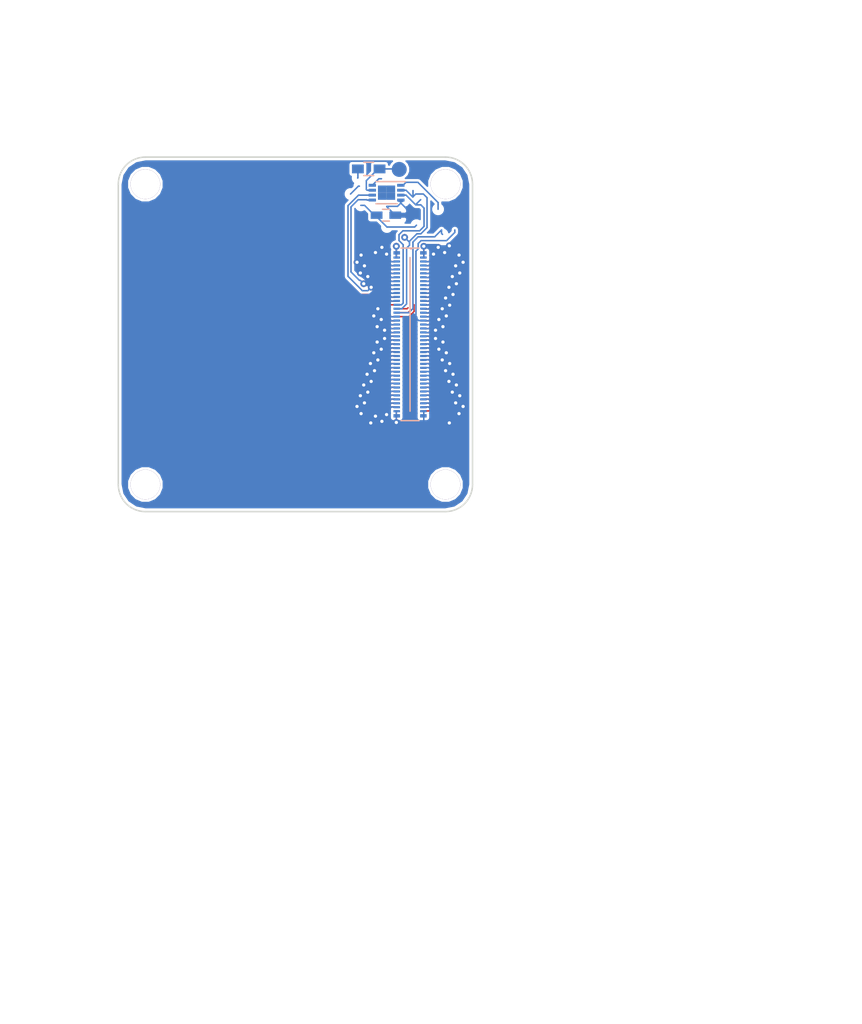
<source format=kicad_pcb>
(kicad_pcb (version 4) (host pcbnew 4.0.1-stable)

  (general
    (links 19)
    (no_connects 0)
    (area 118.127143 74.1 205.267857 178)
    (thickness 1.6)
    (drawings 25)
    (tracks 705)
    (zones 0)
    (modules 9)
    (nets 12)
  )

  (page A4)
  (layers
    (0 F.Cu signal)
    (31 B.Cu signal hide)
    (32 B.Adhes user)
    (33 F.Adhes user)
    (34 B.Paste user)
    (35 F.Paste user)
    (36 B.SilkS user)
    (37 F.SilkS user)
    (38 B.Mask user)
    (39 F.Mask user)
    (40 Dwgs.User user)
    (41 Cmts.User user)
    (42 Eco1.User user)
    (43 Eco2.User user)
    (44 Edge.Cuts user)
    (45 Margin user)
    (46 B.CrtYd user)
    (47 F.CrtYd user)
    (48 B.Fab user)
    (49 F.Fab user)
  )

  (setup
    (last_trace_width 0.1524)
    (trace_clearance 0.1524)
    (zone_clearance 0.508)
    (zone_45_only no)
    (trace_min 0.1524)
    (segment_width 0.2)
    (edge_width 0.15)
    (via_size 0.6858)
    (via_drill 0.3302)
    (via_min_size 0.6858)
    (via_min_drill 0.3302)
    (uvia_size 0.3)
    (uvia_drill 0.1)
    (uvias_allowed no)
    (uvia_min_size 0.2)
    (uvia_min_drill 0.1)
    (pcb_text_width 0.3)
    (pcb_text_size 1.5 1.5)
    (mod_edge_width 0.15)
    (mod_text_size 1 1)
    (mod_text_width 0.15)
    (pad_size 1.524 1.524)
    (pad_drill 0.762)
    (pad_to_mask_clearance 0.2)
    (aux_axis_origin 0 0)
    (visible_elements FFFFFB7F)
    (pcbplotparams
      (layerselection 0x00030_80000001)
      (usegerberextensions false)
      (excludeedgelayer true)
      (linewidth 0.100000)
      (plotframeref false)
      (viasonmask false)
      (mode 1)
      (useauxorigin false)
      (hpglpennumber 1)
      (hpglpenspeed 20)
      (hpglpendiameter 15)
      (hpglpenoverlay 2)
      (psnegative false)
      (psa4output false)
      (plotreference true)
      (plotvalue true)
      (plotinvisibletext false)
      (padsonsilk false)
      (subtractmaskfromsilk false)
      (outputformat 1)
      (mirror false)
      (drillshape 1)
      (scaleselection 1)
      (outputdirectory ""))
  )

  (net 0 "")
  (net 1 /ExpansionPort/HEIGHT_1)
  (net 2 GNDPWR)
  (net 3 /ExpansionPort/HEIGHT_2)
  (net 4 /ExpansionPort/NEW_HEIGHT_4)
  (net 5 /ExpansionPort/3V3_0.3A_LL)
  (net 6 /ExpansionPort/HEIGHT_4)
  (net 7 /ExpansionPort/si2c_SDA)
  (net 8 /ExpansionPort/si2c_SCL)
  (net 9 "Net-(PORT_IC1-Pad7)")
  (net 10 /ExpansionPort/NEW_HEIGHT_1)
  (net 11 /ExpansionPort/NEW_HEIGHT_2)

  (net_class Default "This is the default net class."
    (clearance 0.1524)
    (trace_width 0.1524)
    (via_dia 0.6858)
    (via_drill 0.3302)
    (uvia_dia 0.3)
    (uvia_drill 0.1)
    (add_net /ExpansionPort/3V3_0.3A_LL)
    (add_net /ExpansionPort/HEIGHT_1)
    (add_net /ExpansionPort/HEIGHT_2)
    (add_net /ExpansionPort/HEIGHT_4)
    (add_net /ExpansionPort/NEW_HEIGHT_1)
    (add_net /ExpansionPort/NEW_HEIGHT_2)
    (add_net /ExpansionPort/NEW_HEIGHT_4)
    (add_net /ExpansionPort/si2c_SCL)
    (add_net /ExpansionPort/si2c_SDA)
    (add_net GNDPWR)
    (add_net "Net-(PORT_IC1-Pad7)")
  )

  (module DF40-80pin-Header (layer B.Cu) (tedit 56414F24) (tstamp 5645E7C5)
    (at 159.65 108)
    (fp_text reference PORT_IN1 (at 0.05 -10.2) (layer B.SilkS) hide
      (effects (font (size 1 1) (thickness 0.15)) (justify mirror))
    )
    (fp_text value DF40-80pin-Header (at -2.99 0.72 90) (layer B.Fab) hide
      (effects (font (size 1 1) (thickness 0.15)) (justify mirror))
    )
    (fp_line (start -0.925 -8.76) (end 0.925 -8.76) (layer B.SilkS) (width 0.15))
    (fp_line (start -0.925 8.76) (end 0.925 8.76) (layer B.SilkS) (width 0.15))
    (fp_line (start 0 7.8) (end 0 -7.8) (layer B.SilkS) (width 0.15))
    (pad 80 smd rect (at 1.355 7.8) (size 0.66 0.23) (layers B.Cu B.Paste B.Mask))
    (pad 40 smd rect (at -1.355 7.8) (size 0.66 0.23) (layers B.Cu B.Paste B.Mask))
    (pad 41 smd rect (at 1.355 -7.8) (size 0.66 0.23) (layers B.Cu B.Paste B.Mask))
    (pad 1 smd rect (at -1.355 -7.8) (size 0.66 0.23) (layers B.Cu B.Paste B.Mask))
    (pad 79 smd rect (at 1.355 7.4) (size 0.66 0.23) (layers B.Cu B.Paste B.Mask))
    (pad 78 smd rect (at 1.355 7) (size 0.66 0.23) (layers B.Cu B.Paste B.Mask))
    (pad 77 smd rect (at 1.355 6.6) (size 0.66 0.23) (layers B.Cu B.Paste B.Mask))
    (pad 76 smd rect (at 1.355 6.2) (size 0.66 0.23) (layers B.Cu B.Paste B.Mask))
    (pad 75 smd rect (at 1.355 5.8) (size 0.66 0.23) (layers B.Cu B.Paste B.Mask))
    (pad 74 smd rect (at 1.355 5.4) (size 0.66 0.23) (layers B.Cu B.Paste B.Mask))
    (pad 73 smd rect (at 1.355 5) (size 0.66 0.23) (layers B.Cu B.Paste B.Mask))
    (pad 72 smd rect (at 1.355 4.6) (size 0.66 0.23) (layers B.Cu B.Paste B.Mask))
    (pad 71 smd rect (at 1.355 4.2) (size 0.66 0.23) (layers B.Cu B.Paste B.Mask))
    (pad 70 smd rect (at 1.355 3.8) (size 0.66 0.23) (layers B.Cu B.Paste B.Mask))
    (pad 69 smd rect (at 1.355 3.4) (size 0.66 0.23) (layers B.Cu B.Paste B.Mask))
    (pad 68 smd rect (at 1.355 3) (size 0.66 0.23) (layers B.Cu B.Paste B.Mask))
    (pad 67 smd rect (at 1.355 2.6) (size 0.66 0.23) (layers B.Cu B.Paste B.Mask))
    (pad 66 smd rect (at 1.355 2.2) (size 0.66 0.23) (layers B.Cu B.Paste B.Mask))
    (pad 65 smd rect (at 1.355 1.8) (size 0.66 0.23) (layers B.Cu B.Paste B.Mask))
    (pad 64 smd rect (at 1.355 1.4) (size 0.66 0.23) (layers B.Cu B.Paste B.Mask))
    (pad 63 smd rect (at 1.355 1) (size 0.66 0.23) (layers B.Cu B.Paste B.Mask))
    (pad 62 smd rect (at 1.355 0.6) (size 0.66 0.23) (layers B.Cu B.Paste B.Mask))
    (pad 61 smd rect (at 1.355 0.2) (size 0.66 0.23) (layers B.Cu B.Paste B.Mask))
    (pad 60 smd rect (at 1.355 -0.2) (size 0.66 0.23) (layers B.Cu B.Paste B.Mask))
    (pad 59 smd rect (at 1.355 -0.6) (size 0.66 0.23) (layers B.Cu B.Paste B.Mask))
    (pad 58 smd rect (at 1.355 -1) (size 0.66 0.23) (layers B.Cu B.Paste B.Mask))
    (pad 57 smd rect (at 1.355 -1.4) (size 0.66 0.23) (layers B.Cu B.Paste B.Mask))
    (pad 56 smd rect (at 1.355 -1.8) (size 0.66 0.23) (layers B.Cu B.Paste B.Mask))
    (pad 55 smd rect (at 1.355 -2.2) (size 0.66 0.23) (layers B.Cu B.Paste B.Mask))
    (pad 54 smd rect (at 1.355 -2.6) (size 0.66 0.23) (layers B.Cu B.Paste B.Mask))
    (pad 53 smd rect (at 1.355 -3) (size 0.66 0.23) (layers B.Cu B.Paste B.Mask))
    (pad 52 smd rect (at 1.355 -3.4) (size 0.66 0.23) (layers B.Cu B.Paste B.Mask))
    (pad 51 smd rect (at 1.355 -3.8) (size 0.66 0.23) (layers B.Cu B.Paste B.Mask))
    (pad 50 smd rect (at 1.355 -4.2) (size 0.66 0.23) (layers B.Cu B.Paste B.Mask))
    (pad 49 smd rect (at 1.355 -4.6) (size 0.66 0.23) (layers B.Cu B.Paste B.Mask))
    (pad 48 smd rect (at 1.355 -5) (size 0.66 0.23) (layers B.Cu B.Paste B.Mask))
    (pad 47 smd rect (at 1.355 -5.4) (size 0.66 0.23) (layers B.Cu B.Paste B.Mask))
    (pad 46 smd rect (at 1.355 -5.8) (size 0.66 0.23) (layers B.Cu B.Paste B.Mask))
    (pad 45 smd rect (at 1.355 -6.2) (size 0.66 0.23) (layers B.Cu B.Paste B.Mask))
    (pad 44 smd rect (at 1.355 -6.6) (size 0.66 0.23) (layers B.Cu B.Paste B.Mask))
    (pad 43 smd rect (at 1.355 -7) (size 0.66 0.23) (layers B.Cu B.Paste B.Mask))
    (pad 42 smd rect (at 1.355 -7.4) (size 0.66 0.23) (layers B.Cu B.Paste B.Mask))
    (pad 41 smd rect (at 1.355 -8.2) (size 0.66 0.35) (drill (offset 0 -0.075)) (layers B.Cu B.Paste B.Mask))
    (pad 1 smd rect (at -1.355 -8.2) (size 0.66 0.35) (drill (offset 0 -0.075)) (layers B.Cu B.Paste B.Mask))
    (pad 80 smd rect (at 1.355 8.2) (size 0.66 0.35) (drill (offset 0 0.075)) (layers B.Cu B.Paste B.Mask))
    (pad 40 smd rect (at -1.355 8.2) (size 0.66 0.35) (drill (offset 0 0.075)) (layers B.Cu B.Paste B.Mask))
    (pad 2 smd rect (at -1.355 -7.4) (size 0.66 0.23) (layers B.Cu B.Paste B.Mask))
    (pad 3 smd rect (at -1.355 -7) (size 0.66 0.23) (layers B.Cu B.Paste B.Mask))
    (pad 4 smd rect (at -1.355 -6.6) (size 0.66 0.23) (layers B.Cu B.Paste B.Mask))
    (pad 5 smd rect (at -1.355 -6.2) (size 0.66 0.23) (layers B.Cu B.Paste B.Mask))
    (pad 6 smd rect (at -1.355 -5.8) (size 0.66 0.23) (layers B.Cu B.Paste B.Mask))
    (pad 7 smd rect (at -1.355 -5.4) (size 0.66 0.23) (layers B.Cu B.Paste B.Mask))
    (pad 8 smd rect (at -1.355 -5) (size 0.66 0.23) (layers B.Cu B.Paste B.Mask))
    (pad 9 smd rect (at -1.355 -4.6) (size 0.66 0.23) (layers B.Cu B.Paste B.Mask))
    (pad 10 smd rect (at -1.355 -4.2) (size 0.66 0.23) (layers B.Cu B.Paste B.Mask))
    (pad 11 smd rect (at -1.355 -3.8) (size 0.66 0.23) (layers B.Cu B.Paste B.Mask))
    (pad 12 smd rect (at -1.355 -3.4) (size 0.66 0.23) (layers B.Cu B.Paste B.Mask))
    (pad 13 smd rect (at -1.355 -3) (size 0.66 0.23) (layers B.Cu B.Paste B.Mask))
    (pad 14 smd rect (at -1.355 -2.6) (size 0.66 0.23) (layers B.Cu B.Paste B.Mask))
    (pad 15 smd rect (at -1.355 -2.2) (size 0.66 0.23) (layers B.Cu B.Paste B.Mask))
    (pad 16 smd rect (at -1.355 -1.8) (size 0.66 0.23) (layers B.Cu B.Paste B.Mask))
    (pad 17 smd rect (at -1.355 -1.4) (size 0.66 0.23) (layers B.Cu B.Paste B.Mask))
    (pad 18 smd rect (at -1.355 -1) (size 0.66 0.23) (layers B.Cu B.Paste B.Mask))
    (pad 19 smd rect (at -1.355 -0.6) (size 0.66 0.23) (layers B.Cu B.Paste B.Mask))
    (pad 20 smd rect (at -1.355 -0.2) (size 0.66 0.23) (layers B.Cu B.Paste B.Mask))
    (pad 21 smd rect (at -1.355 0.2) (size 0.66 0.23) (layers B.Cu B.Paste B.Mask))
    (pad 22 smd rect (at -1.355 0.6) (size 0.66 0.23) (layers B.Cu B.Paste B.Mask))
    (pad 23 smd rect (at -1.355 1) (size 0.66 0.23) (layers B.Cu B.Paste B.Mask))
    (pad 24 smd rect (at -1.355 1.4) (size 0.66 0.23) (layers B.Cu B.Paste B.Mask))
    (pad 25 smd rect (at -1.355 1.8) (size 0.66 0.23) (layers B.Cu B.Paste B.Mask))
    (pad 26 smd rect (at -1.355 2.2) (size 0.66 0.23) (layers B.Cu B.Paste B.Mask))
    (pad 27 smd rect (at -1.355 2.6) (size 0.66 0.23) (layers B.Cu B.Paste B.Mask))
    (pad 28 smd rect (at -1.355 3) (size 0.66 0.23) (layers B.Cu B.Paste B.Mask))
    (pad 29 smd rect (at -1.355 3.4) (size 0.66 0.23) (layers B.Cu B.Paste B.Mask))
    (pad 30 smd rect (at -1.355 3.8) (size 0.66 0.23) (layers B.Cu B.Paste B.Mask))
    (pad 31 smd rect (at -1.355 4.2) (size 0.66 0.23) (layers B.Cu B.Paste B.Mask))
    (pad 32 smd rect (at -1.355 4.6) (size 0.66 0.23) (layers B.Cu B.Paste B.Mask))
    (pad 33 smd rect (at -1.355 5) (size 0.66 0.23) (layers B.Cu B.Paste B.Mask))
    (pad 34 smd rect (at -1.355 5.4) (size 0.66 0.23) (layers B.Cu B.Paste B.Mask))
    (pad 35 smd rect (at -1.355 5.8) (size 0.66 0.23) (layers B.Cu B.Paste B.Mask))
    (pad 36 smd rect (at -1.355 6.2) (size 0.66 0.23) (layers B.Cu B.Paste B.Mask))
    (pad 37 smd rect (at -1.355 6.6) (size 0.66 0.23) (layers B.Cu B.Paste B.Mask))
    (pad 38 smd rect (at -1.355 7) (size 0.66 0.23) (layers B.Cu B.Paste B.Mask))
    (pad 39 smd rect (at -1.355 7.4) (size 0.66 0.23) (layers B.Cu B.Paste B.Mask))
  )

  (module Mounting_Holes:MountingHole_3mm locked (layer F.Cu) (tedit 5640F1E2) (tstamp 5637D813)
    (at 163.25 123.25)
    (descr "Mounting hole, Befestigungsbohrung, 3mm, No Annular, Kein Restring,")
    (tags "Mounting hole, Befestigungsbohrung, 3mm, No Annular, Kein Restring,")
    (fp_text reference REF** (at 0 -4.0005) (layer F.SilkS) hide
      (effects (font (size 1 1) (thickness 0.15)))
    )
    (fp_text value MountingHole_3mm (at 1.00076 5.00126) (layer F.Fab) hide
      (effects (font (size 1 1) (thickness 0.15)))
    )
    (fp_circle (center 0 0) (end 3 0) (layer Cmts.User) (width 0.381))
    (pad 1 thru_hole circle (at 0 0) (size 3 3) (drill 3) (layers))
  )

  (module Mounting_Holes:MountingHole_3mm locked (layer F.Cu) (tedit 5640F1DE) (tstamp 5637D80D)
    (at 132.75 123.25)
    (descr "Mounting hole, Befestigungsbohrung, 3mm, No Annular, Kein Restring,")
    (tags "Mounting hole, Befestigungsbohrung, 3mm, No Annular, Kein Restring,")
    (fp_text reference REF** (at 0 -4.0005) (layer F.SilkS) hide
      (effects (font (size 1 1) (thickness 0.15)))
    )
    (fp_text value MountingHole_3mm (at 1.00076 5.00126) (layer F.Fab) hide
      (effects (font (size 1 1) (thickness 0.15)))
    )
    (fp_circle (center 0 0) (end 3 0) (layer Cmts.User) (width 0.381))
    (pad 1 thru_hole circle (at 0 0) (size 3 3) (drill 3) (layers))
  )

  (module Mounting_Holes:MountingHole_3mm locked (layer F.Cu) (tedit 5640F1E9) (tstamp 5637D807)
    (at 132.75 92.75)
    (descr "Mounting hole, Befestigungsbohrung, 3mm, No Annular, Kein Restring,")
    (tags "Mounting hole, Befestigungsbohrung, 3mm, No Annular, Kein Restring,")
    (fp_text reference REF** (at 0 -4.0005) (layer F.SilkS) hide
      (effects (font (size 1 1) (thickness 0.15)))
    )
    (fp_text value MountingHole_3mm (at 1.00076 5.00126) (layer F.Fab) hide
      (effects (font (size 1 1) (thickness 0.15)))
    )
    (fp_circle (center 0 0) (end 3 0) (layer Cmts.User) (width 0.381))
    (pad 1 thru_hole circle (at 0 0) (size 3 3) (drill 3) (layers))
  )

  (module Mounting_Holes:MountingHole_3mm locked (layer F.Cu) (tedit 5640F1EF) (tstamp 56251307)
    (at 163.25 92.75)
    (descr "Mounting hole, Befestigungsbohrung, 3mm, No Annular, Kein Restring,")
    (tags "Mounting hole, Befestigungsbohrung, 3mm, No Annular, Kein Restring,")
    (fp_text reference REF** (at 0 -4.0005) (layer F.SilkS) hide
      (effects (font (size 1 1) (thickness 0.15)))
    )
    (fp_text value MountingHole_3mm (at 1.00076 5.00126) (layer F.Fab) hide
      (effects (font (size 1 1) (thickness 0.15)))
    )
    (fp_circle (center 0 0) (end 3 0) (layer Cmts.User) (width 0.381))
    (pad 1 thru_hole circle (at 0 0) (size 3 3) (drill 3) (layers))
  )

  (module Capacitors_SMD:C_0603_HandSoldering (layer B.Cu) (tedit 56414ECE) (tstamp 56461040)
    (at 157.2 95.9)
    (descr "Capacitor SMD 0603, hand soldering")
    (tags "capacitor 0603")
    (path /564009DE/564029BB)
    (attr smd)
    (fp_text reference PORT_C1 (at 0 1.9) (layer B.SilkS) hide
      (effects (font (size 1 1) (thickness 0.15)) (justify mirror))
    )
    (fp_text value 0.1uF (at 0 -1.9) (layer B.Fab) hide
      (effects (font (size 1 1) (thickness 0.15)) (justify mirror))
    )
    (fp_line (start -1.85 0.75) (end 1.85 0.75) (layer B.CrtYd) (width 0.05))
    (fp_line (start -1.85 -0.75) (end 1.85 -0.75) (layer B.CrtYd) (width 0.05))
    (fp_line (start -1.85 0.75) (end -1.85 -0.75) (layer B.CrtYd) (width 0.05))
    (fp_line (start 1.85 0.75) (end 1.85 -0.75) (layer B.CrtYd) (width 0.05))
    (fp_line (start -0.35 0.6) (end 0.35 0.6) (layer B.SilkS) (width 0.15))
    (fp_line (start 0.35 -0.6) (end -0.35 -0.6) (layer B.SilkS) (width 0.15))
    (pad 1 smd rect (at -0.95 0) (size 1.2 0.75) (layers B.Cu B.Paste B.Mask)
      (net 5 /ExpansionPort/3V3_0.3A_LL))
    (pad 2 smd rect (at 0.95 0) (size 1.2 0.75) (layers B.Cu B.Paste B.Mask)
      (net 2 GNDPWR))
    (model Capacitors_SMD.3dshapes/C_0603_HandSoldering.wrl
      (at (xyz 0 0 0))
      (scale (xyz 1 1 1))
      (rotate (xyz 0 0 0))
    )
  )

  (module Housings_DFN_QFN:DFN-8-1EP_3x2mm_Pitch0.5mm (layer B.Cu) (tedit 56414E71) (tstamp 56461056)
    (at 157.2625 93.6125 180)
    (descr "8-Lead Plastic Dual Flat, No Lead Package (MC) - 2x3x0.9 mm Body [DFN] (see Microchip Packaging Specification 00000049BS.pdf)")
    (tags "DFN 0.5")
    (path /564009DE/564013BD)
    (attr smd)
    (fp_text reference PORT_IC1 (at 0 2.05 180) (layer B.SilkS) hide
      (effects (font (size 1 1) (thickness 0.15)) (justify mirror))
    )
    (fp_text value AT24CS02-MAHM (at 0 -2.05 180) (layer B.Fab) hide
      (effects (font (size 1 1) (thickness 0.15)) (justify mirror))
    )
    (fp_line (start -2.1 1.3) (end -2.1 -1.3) (layer B.CrtYd) (width 0.05))
    (fp_line (start 2.1 1.3) (end 2.1 -1.3) (layer B.CrtYd) (width 0.05))
    (fp_line (start -2.1 1.3) (end 2.1 1.3) (layer B.CrtYd) (width 0.05))
    (fp_line (start -2.1 -1.3) (end 2.1 -1.3) (layer B.CrtYd) (width 0.05))
    (fp_line (start -1.075 -1.125) (end 1.075 -1.125) (layer B.SilkS) (width 0.15))
    (fp_line (start -1.9 1.125) (end 1.075 1.125) (layer B.SilkS) (width 0.15))
    (pad 1 smd rect (at -1.45 0.75 180) (size 0.75 0.3) (layers B.Cu B.Paste B.Mask)
      (net 1 /ExpansionPort/HEIGHT_1))
    (pad 2 smd rect (at -1.45 0.25 180) (size 0.75 0.3) (layers B.Cu B.Paste B.Mask)
      (net 3 /ExpansionPort/HEIGHT_2))
    (pad 3 smd rect (at -1.45 -0.25 180) (size 0.75 0.3) (layers B.Cu B.Paste B.Mask)
      (net 6 /ExpansionPort/HEIGHT_4))
    (pad 4 smd rect (at -1.45 -0.75 180) (size 0.75 0.3) (layers B.Cu B.Paste B.Mask)
      (net 2 GNDPWR))
    (pad 5 smd rect (at 1.45 -0.75 180) (size 0.75 0.3) (layers B.Cu B.Paste B.Mask)
      (net 7 /ExpansionPort/si2c_SDA))
    (pad 6 smd rect (at 1.45 -0.25 180) (size 0.75 0.3) (layers B.Cu B.Paste B.Mask)
      (net 8 /ExpansionPort/si2c_SCL))
    (pad 7 smd rect (at 1.45 0.25 180) (size 0.75 0.3) (layers B.Cu B.Paste B.Mask)
      (net 9 "Net-(PORT_IC1-Pad7)"))
    (pad 8 smd rect (at 1.45 0.75 180) (size 0.75 0.3) (layers B.Cu B.Paste B.Mask)
      (net 5 /ExpansionPort/3V3_0.3A_LL))
    (pad 9 smd rect (at 0.4375 -0.3625 180) (size 0.875 0.725) (layers B.Cu B.Paste B.Mask)
      (solder_paste_margin_ratio -0.2))
    (pad 9 smd rect (at 0.4375 0.3625 180) (size 0.875 0.725) (layers B.Cu B.Paste B.Mask)
      (solder_paste_margin_ratio -0.2))
    (pad 9 smd rect (at -0.4375 -0.3625 180) (size 0.875 0.725) (layers B.Cu B.Paste B.Mask)
      (solder_paste_margin_ratio -0.2))
    (pad 9 smd rect (at -0.4375 0.3625 180) (size 0.875 0.725) (layers B.Cu B.Paste B.Mask)
      (solder_paste_margin_ratio -0.2))
    (model Housings_DFN_QFN.3dshapes/DFN-8-1EP_3x2mm_Pitch0.5mm.wrl
      (at (xyz 0 0 0))
      (scale (xyz 1 1 1))
      (rotate (xyz 0 0 0))
    )
  )

  (module Resistors_SMD:R_0603_HandSoldering (layer B.Cu) (tedit 56414ED9) (tstamp 5646107B)
    (at 155.45 91.2 180)
    (descr "Resistor SMD 0603, hand soldering")
    (tags "resistor 0603")
    (path /564009DE/5640243A)
    (attr smd)
    (fp_text reference PORT_R1 (at 0 1.9 180) (layer B.SilkS) hide
      (effects (font (size 1 1) (thickness 0.15)) (justify mirror))
    )
    (fp_text value 10k (at 0 -1.9 180) (layer B.Fab) hide
      (effects (font (size 1 1) (thickness 0.15)) (justify mirror))
    )
    (fp_line (start -2 0.8) (end 2 0.8) (layer B.CrtYd) (width 0.05))
    (fp_line (start -2 -0.8) (end 2 -0.8) (layer B.CrtYd) (width 0.05))
    (fp_line (start -2 0.8) (end -2 -0.8) (layer B.CrtYd) (width 0.05))
    (fp_line (start 2 0.8) (end 2 -0.8) (layer B.CrtYd) (width 0.05))
    (fp_line (start 0.5 -0.675) (end -0.5 -0.675) (layer B.SilkS) (width 0.15))
    (fp_line (start -0.5 0.675) (end 0.5 0.675) (layer B.SilkS) (width 0.15))
    (pad 1 smd rect (at -1.1 0 180) (size 1.2 0.9) (layers B.Cu B.Paste B.Mask)
      (net 9 "Net-(PORT_IC1-Pad7)"))
    (pad 2 smd rect (at 1.1 0 180) (size 1.2 0.9) (layers B.Cu B.Paste B.Mask)
      (net 5 /ExpansionPort/3V3_0.3A_LL))
    (model Resistors_SMD.3dshapes/R_0603_HandSoldering.wrl
      (at (xyz 0 0 0))
      (scale (xyz 1 1 1))
      (rotate (xyz 0 0 0))
    )
  )

  (module Measurement_Points:Measurement_Point_Round-SMD-Pad_Small (layer B.Cu) (tedit 56414E65) (tstamp 56496854)
    (at 158.55 91.25)
    (descr "Mesurement Point, Round, SMD Pad, DM 1.5mm,")
    (tags "Mesurement Point, Round, SMD Pad, DM 1.5mm,")
    (path /564009DE/564024DB)
    (fp_text reference PORT_P1 (at 0 2.54) (layer B.SilkS) hide
      (effects (font (size 1 1) (thickness 0.15)) (justify mirror))
    )
    (fp_text value CONN_01X01 (at 1.27 -2.54) (layer B.Fab) hide
      (effects (font (size 1 1) (thickness 0.15)) (justify mirror))
    )
    (pad 1 smd circle (at 0 0) (size 1.524 1.524) (layers B.Cu B.Paste B.Mask))
  )

  (gr_text "Try to keep components outside\nthe yellow rings. They designate\n8mm diameter washers that may\nbe used to separate boards." (at 167.5 100.9) (layer Eco2.User)
    (effects (font (size 1.5 1.5) (thickness 0.25)) (justify left))
  )
  (gr_text "Top components on the front three edges may\nbe up to the full stacking height of the DF40\nreceptacle (1.5mm - 4mm). The bottom may\nnot contain any components. It may contain\npads etc but they must be optional because\nthey may be blocked by the expansion below." (at 122.75 81.4) (layer Eco1.User)
    (effects (font (size 1.5 1.5) (thickness 0.25)) (justify left))
  )
  (gr_text "In this area components\non the bottom can be up\nto 1.5mm tall. Top\ncomponents can be\nbetween 0 and 2.5mm\ntall depending on the\nheight of the DF40\nreceptacle (1.5 - 4mm)." (at 136.55 106.95) (layer Eco1.User)
    (effects (font (size 1.5 1.5) (thickness 0.25)) (justify left))
  )
  (gr_line (start 136 96) (end 166 96) (layer Eco1.User) (width 0.2))
  (gr_line (start 166 96) (end 166 120) (layer Eco1.User) (width 0.2))
  (gr_line (start 136 120) (end 166 120) (layer Eco1.User) (width 0.2))
  (gr_line (start 136 96) (end 136 120) (layer Eco1.User) (width 0.2))
  (gr_circle (center 163.25 123.25) (end 167.15 123.25) (layer Eco2.User) (width 0.2) (tstamp 564CB7CB))
  (gr_circle (center 132.75 123.25) (end 136.65 123.25) (layer Eco2.User) (width 0.2) (tstamp 564CB7CA))
  (gr_circle (center 132.75 92.75) (end 136.65 92.75) (layer Eco2.User) (width 0.2) (tstamp 564CB7C9))
  (gr_circle (center 163.25 92.75) (end 167.15 92.75) (layer Eco2.User) (width 0.2))
  (gr_line (start 165.608 101.092) (end 165.608 95.25) (angle 90) (layer Margin) (width 0.254))
  (gr_text Right (at 146.95 86.68) (layer Cmts.User)
    (effects (font (size 1.5 1.5) (thickness 0.3)))
  )
  (gr_text Left (at 147.93 131.48) (layer Cmts.User)
    (effects (font (size 1.5 1.5) (thickness 0.3)))
  )
  (gr_text Back (at 172.02 108.19) (layer Cmts.User)
    (effects (font (size 1.5 1.5) (thickness 0.3)))
  )
  (gr_text Front (at 121.17 108.99) (layer Cmts.User)
    (effects (font (size 1.5 1.5) (thickness 0.3)))
  )
  (gr_arc (start 132.75 123.25) (end 132.75 126) (angle 90) (layer Edge.Cuts) (width 0.15))
  (gr_arc (start 163.25 123.25) (end 166 123.25) (angle 90) (layer Edge.Cuts) (width 0.15))
  (gr_arc (start 163.25 92.75) (end 163.25 90) (angle 90) (layer Edge.Cuts) (width 0.15) (tstamp 56393201))
  (gr_arc (start 132.75 92.75) (end 130 92.75) (angle 90) (layer Edge.Cuts) (width 0.15))
  (gr_line (start 132.75 126) (end 163.25 126) (angle 90) (layer Edge.Cuts) (width 0.15) (tstamp 5625117B))
  (gr_line (start 130 92.75) (end 130 123.25) (angle 90) (layer Edge.Cuts) (width 0.15) (tstamp 56251151))
  (gr_line (start 166 92.75) (end 166 123.25) (angle 90) (layer Edge.Cuts) (width 0.15))
  (gr_line (start 132.75 90) (end 163.25 90) (angle 90) (layer Edge.Cuts) (width 0.15))
  (gr_text vtx (at 187.25 174.25) (layer Cmts.User)
    (effects (font (size 5 5) (thickness 0.5)) (justify left))
  )

  (segment (start 160.5226 106.6) (end 160.25 106.3274) (width 0.1524) (layer B.Cu) (net 0))
  (segment (start 161.005 106.6) (end 160.5226 106.6) (width 0.1524) (layer B.Cu) (net 0))
  (segment (start 160.25 99.55) (end 160.473514 99.326486) (width 0.1524) (layer B.Cu) (net 0))
  (segment (start 160.473514 99.326486) (end 160.473514 98.780578) (width 0.1524) (layer B.Cu) (net 0))
  (segment (start 160.770694 98.483398) (end 163.362426 98.483398) (width 0.1524) (layer B.Cu) (net 0))
  (segment (start 163.362426 98.483398) (end 164.2 97.645824) (width 0.1524) (layer B.Cu) (net 0))
  (segment (start 164.2 97.645824) (end 164.2 97.4) (width 0.1524) (layer B.Cu) (net 0))
  (segment (start 160.25 106.3274) (end 160.25 99.55) (width 0.1524) (layer B.Cu) (net 0))
  (segment (start 160.473514 98.780578) (end 160.770694 98.483398) (width 0.1524) (layer B.Cu) (net 0))
  (via (at 158.255617 99.054899) (size 0.685801) (drill 0.330201) (layers F.Cu B.Cu) (net 0))
  (segment (start 158.255617 100.2002) (end 158.255617 99.054899) (width 0.1524) (layer B.Cu) (net 0))
  (segment (start 158.255617 100.2002) (end 158.255617 99.054899) (width 0.1524) (layer F.Cu) (net 0))
  (via (at 158.255617 99.054899) (size 0.685801) (drill 0.330201) (layers F.Cu B.Cu) (net 0))
  (segment (start 158.255617 100.2002) (end 158.255617 99.054899) (width 0.1524) (layer B.Cu) (net 0))
  (segment (start 158.255617 100.2002) (end 158.255617 99.054899) (width 0.1524) (layer F.Cu) (net 0))
  (via (at 157.265015 99.853076) (size 0.685801) (drill 0.330201) (layers F.Cu B.Cu) (net 0))
  (segment (start 158.110316 100.624) (end 157.760316 100.624) (width 0.1524) (layer B.Cu) (net 0))
  (segment (start 157.760316 100.624) (end 157.092307 100.056303) (width 0.1524) (layer B.Cu) (net 0))
  (segment (start 157.092307 100.056303) (end 157.265015 99.853076) (width 0.1524) (layer B.Cu) (net 0))
  (segment (start 158.110316 100.624) (end 157.760316 100.624) (width 0.1524) (layer F.Cu) (net 0))
  (segment (start 157.760316 100.624) (end 157.092307 100.056303) (width 0.1524) (layer F.Cu) (net 0))
  (segment (start 157.092307 100.056303) (end 157.265015 99.853076) (width 0.1524) (layer F.Cu) (net 0))
  (via (at 156.788823 99.165956) (size 0.685801) (drill 0.330201) (layers F.Cu B.Cu) (net 0))
  (segment (start 158.110316 101.024) (end 157.760316 101.024) (width 0.1524) (layer B.Cu) (net 0))
  (segment (start 157.760316 101.024) (end 156.643057 100.074515) (width 0.1524) (layer B.Cu) (net 0))
  (segment (start 156.643057 100.074515) (end 156.699637 99.772598) (width 0.1524) (layer B.Cu) (net 0))
  (segment (start 156.699637 99.772598) (end 156.788823 99.165956) (width 0.1524) (layer B.Cu) (net 0))
  (segment (start 158.110316 101.024) (end 157.760316 101.024) (width 0.1524) (layer F.Cu) (net 0))
  (segment (start 157.760316 101.024) (end 156.643057 100.074515) (width 0.1524) (layer F.Cu) (net 0))
  (segment (start 156.643057 100.074515) (end 156.699637 99.772598) (width 0.1524) (layer F.Cu) (net 0))
  (segment (start 156.699637 99.772598) (end 156.788823 99.165956) (width 0.1524) (layer F.Cu) (net 0))
  (via (at 156.134258 99.69212) (size 0.685801) (drill 0.330201) (layers F.Cu B.Cu) (net 0))
  (segment (start 158.110316 101.424) (end 157.760316 101.424) (width 0.1524) (layer B.Cu) (net 0))
  (segment (start 157.760316 101.424) (end 155.961549 99.895346) (width 0.1524) (layer B.Cu) (net 0))
  (segment (start 155.961549 99.895346) (end 156.134258 99.69212) (width 0.1524) (layer B.Cu) (net 0))
  (segment (start 158.110316 101.424) (end 157.760316 101.424) (width 0.1524) (layer F.Cu) (net 0))
  (segment (start 157.760316 101.424) (end 155.961549 99.895346) (width 0.1524) (layer F.Cu) (net 0))
  (segment (start 155.961549 99.895346) (end 156.134258 99.69212) (width 0.1524) (layer F.Cu) (net 0))
  (segment (start 158.110316 101.824) (end 157.760316 101.824) (width 0.1524) (layer B.Cu) (net 0))
  (segment (start 157.760316 101.824) (end 155.5123 99.913558) (width 0.1524) (layer B.Cu) (net 0))
  (segment (start 155.5123 99.913558) (end 155.56888 99.611642) (width 0.1524) (layer B.Cu) (net 0))
  (segment (start 155.56888 99.611642) (end 155.658066 99.005) (width 0.1524) (layer B.Cu) (net 0))
  (via (at 154.674027 99.951165) (size 0.685801) (drill 0.330201) (layers F.Cu B.Cu) (net 0))
  (segment (start 158.110316 102.224) (end 157.760316 102.224) (width 0.1524) (layer B.Cu) (net 0))
  (segment (start 157.760316 102.224) (end 154.846736 99.747939) (width 0.1524) (layer B.Cu) (net 0))
  (segment (start 154.846736 99.747939) (end 154.674027 99.951165) (width 0.1524) (layer B.Cu) (net 0))
  (segment (start 158.110316 101.824) (end 157.760316 101.824) (width 0.1524) (layer F.Cu) (net 0))
  (segment (start 157.760316 101.824) (end 155.044117 99.51568) (width 0.1524) (layer F.Cu) (net 0))
  (segment (start 155.044117 99.51568) (end 154.846736 99.747939) (width 0.1524) (layer F.Cu) (net 0))
  (segment (start 154.846736 99.747939) (end 154.674027 99.951165) (width 0.1524) (layer F.Cu) (net 0))
  (via (at 154.259303 100.678768) (size 0.685801) (drill 0.330201) (layers F.Cu B.Cu) (net 0))
  (segment (start 158.110316 102.624) (end 157.760316 102.624) (width 0.1524) (layer B.Cu) (net 0))
  (segment (start 157.760316 102.624) (end 155.133481 100.391625) (width 0.1524) (layer B.Cu) (net 0))
  (segment (start 155.133481 100.391625) (end 154.844643 100.496161) (width 0.1524) (layer B.Cu) (net 0))
  (segment (start 154.844643 100.496161) (end 154.259303 100.678768) (width 0.1524) (layer B.Cu) (net 0))
  (segment (start 158.110316 102.224) (end 157.760316 102.224) (width 0.1524) (layer F.Cu) (net 0))
  (segment (start 157.760316 102.224) (end 155.330862 100.159366) (width 0.1524) (layer F.Cu) (net 0))
  (segment (start 155.330862 100.159366) (end 155.133481 100.391625) (width 0.1524) (layer F.Cu) (net 0))
  (segment (start 155.133481 100.391625) (end 154.844643 100.496161) (width 0.1524) (layer F.Cu) (net 0))
  (segment (start 154.844643 100.496161) (end 154.259303 100.678768) (width 0.1524) (layer F.Cu) (net 0))
  (via (at 155.015259 101.041156) (size 0.685801) (drill 0.330201) (layers F.Cu B.Cu) (net 0))
  (segment (start 158.110316 103.024) (end 157.760316 103.024) (width 0.1524) (layer B.Cu) (net 0))
  (segment (start 157.760316 103.024) (end 155.187968 100.83793) (width 0.1524) (layer B.Cu) (net 0))
  (segment (start 155.187968 100.83793) (end 155.015259 101.041156) (width 0.1524) (layer B.Cu) (net 0))
  (segment (start 158.110316 102.624) (end 157.760316 102.624) (width 0.1524) (layer F.Cu) (net 0))
  (segment (start 157.760316 102.624) (end 155.385349 100.605671) (width 0.1524) (layer F.Cu) (net 0))
  (segment (start 155.385349 100.605671) (end 155.187968 100.83793) (width 0.1524) (layer F.Cu) (net 0))
  (segment (start 155.187968 100.83793) (end 155.015259 101.041156) (width 0.1524) (layer F.Cu) (net 0))
  (via (at 154.600535 101.768759) (size 0.685801) (drill 0.330201) (layers F.Cu B.Cu) (net 0))
  (segment (start 158.110316 103.424) (end 157.760316 103.424) (width 0.1524) (layer B.Cu) (net 0))
  (segment (start 157.760316 103.424) (end 155.474713 101.481616) (width 0.1524) (layer B.Cu) (net 0))
  (segment (start 155.474713 101.481616) (end 155.185875 101.586151) (width 0.1524) (layer B.Cu) (net 0))
  (segment (start 155.185875 101.586151) (end 154.600535 101.768759) (width 0.1524) (layer B.Cu) (net 0))
  (segment (start 158.110316 103.024) (end 157.760316 103.024) (width 0.1524) (layer F.Cu) (net 0))
  (segment (start 157.760316 103.024) (end 155.672094 101.249357) (width 0.1524) (layer F.Cu) (net 0))
  (segment (start 155.672094 101.249357) (end 155.474713 101.481616) (width 0.1524) (layer F.Cu) (net 0))
  (segment (start 155.474713 101.481616) (end 155.185875 101.586151) (width 0.1524) (layer F.Cu) (net 0))
  (segment (start 155.185875 101.586151) (end 154.600535 101.768759) (width 0.1524) (layer F.Cu) (net 0))
  (via (at 155.356491 102.131146) (size 0.685801) (drill 0.330201) (layers F.Cu B.Cu) (net 0))
  (segment (start 158.110316 103.824) (end 157.760316 103.824) (width 0.1524) (layer B.Cu) (net 0))
  (segment (start 157.760316 103.824) (end 155.5292 101.92792) (width 0.1524) (layer B.Cu) (net 0))
  (segment (start 155.5292 101.92792) (end 155.356491 102.131146) (width 0.1524) (layer B.Cu) (net 0))
  (segment (start 158.110316 103.424) (end 157.760316 103.424) (width 0.1524) (layer F.Cu) (net 0))
  (segment (start 157.760316 103.424) (end 155.726581 101.695662) (width 0.1524) (layer F.Cu) (net 0))
  (segment (start 155.726581 101.695662) (end 155.5292 101.92792) (width 0.1524) (layer F.Cu) (net 0))
  (segment (start 155.5292 101.92792) (end 155.356491 102.131146) (width 0.1524) (layer F.Cu) (net 0))
  (via (at 155.965462 106.128721) (size 0.685801) (drill 0.330201) (layers F.Cu B.Cu) (net 0))
  (segment (start 158.110316 106.624) (end 157.760316 106.624) (width 0.1524) (layer B.Cu) (net 0))
  (segment (start 157.760316 106.624) (end 156.83964 105.841578) (width 0.1524) (layer B.Cu) (net 0))
  (segment (start 156.83964 105.841578) (end 156.550802 105.946114) (width 0.1524) (layer B.Cu) (net 0))
  (segment (start 156.550802 105.946114) (end 155.965462 106.128721) (width 0.1524) (layer B.Cu) (net 0))
  (segment (start 158.110316 106.624) (end 157.760316 106.624) (width 0.1524) (layer F.Cu) (net 0))
  (segment (start 157.760316 106.624) (end 156.83964 105.841578) (width 0.1524) (layer F.Cu) (net 0))
  (segment (start 156.83964 105.841578) (end 156.550802 105.946114) (width 0.1524) (layer F.Cu) (net 0))
  (segment (start 156.550802 105.946114) (end 155.965462 106.128721) (width 0.1524) (layer F.Cu) (net 0))
  (via (at 156.721418 106.491109) (size 0.685801) (drill 0.330201) (layers F.Cu B.Cu) (net 0))
  (segment (start 158.110316 107.024) (end 157.760316 107.024) (width 0.1524) (layer B.Cu) (net 0))
  (segment (start 157.760316 107.024) (end 156.894127 106.287883) (width 0.1524) (layer B.Cu) (net 0))
  (segment (start 156.894127 106.287883) (end 156.721418 106.491109) (width 0.1524) (layer B.Cu) (net 0))
  (segment (start 158.110316 107.024) (end 157.760316 107.024) (width 0.1524) (layer F.Cu) (net 0))
  (segment (start 157.760316 107.024) (end 156.894127 106.287883) (width 0.1524) (layer F.Cu) (net 0))
  (segment (start 156.894127 106.287883) (end 156.721418 106.491109) (width 0.1524) (layer F.Cu) (net 0))
  (via (at 156.306694 107.218712) (size 0.685801) (drill 0.330201) (layers F.Cu B.Cu) (net 0))
  (segment (start 158.110316 107.424) (end 157.760316 107.424) (width 0.1524) (layer B.Cu) (net 0))
  (segment (start 157.760316 107.424) (end 157.180872 106.931569) (width 0.1524) (layer B.Cu) (net 0))
  (segment (start 157.180872 106.931569) (end 156.892034 107.036104) (width 0.1524) (layer B.Cu) (net 0))
  (segment (start 156.892034 107.036104) (end 156.306694 107.218712) (width 0.1524) (layer B.Cu) (net 0))
  (segment (start 158.110316 107.424) (end 157.760316 107.424) (width 0.1524) (layer F.Cu) (net 0))
  (segment (start 157.760316 107.424) (end 157.180872 106.931569) (width 0.1524) (layer F.Cu) (net 0))
  (segment (start 157.180872 106.931569) (end 156.892034 107.036104) (width 0.1524) (layer F.Cu) (net 0))
  (segment (start 156.892034 107.036104) (end 156.306694 107.218712) (width 0.1524) (layer F.Cu) (net 0))
  (via (at 157.06265 107.5811) (size 0.685801) (drill 0.330201) (layers F.Cu B.Cu) (net 0))
  (segment (start 158.110316 107.824) (end 157.760316 107.824) (width 0.1524) (layer B.Cu) (net 0))
  (segment (start 157.760316 107.824) (end 157.235359 107.377873) (width 0.1524) (layer B.Cu) (net 0))
  (segment (start 157.235359 107.377873) (end 157.06265 107.5811) (width 0.1524) (layer B.Cu) (net 0))
  (segment (start 158.110316 107.824) (end 157.760316 107.824) (width 0.1524) (layer F.Cu) (net 0))
  (segment (start 157.760316 107.824) (end 157.235359 107.377873) (width 0.1524) (layer F.Cu) (net 0))
  (segment (start 157.235359 107.377873) (end 157.06265 107.5811) (width 0.1524) (layer F.Cu) (net 0))
  (via (at 157.06265 108.419301) (size 0.685801) (drill 0.330201) (layers F.Cu B.Cu) (net 0))
  (segment (start 158.110316 108.176401) (end 157.760316 108.176401) (width 0.1524) (layer B.Cu) (net 0))
  (segment (start 157.760316 108.176401) (end 157.235359 108.622527) (width 0.1524) (layer B.Cu) (net 0))
  (segment (start 157.235359 108.622527) (end 157.06265 108.419301) (width 0.1524) (layer B.Cu) (net 0))
  (segment (start 158.110316 108.176401) (end 157.760316 108.176401) (width 0.1524) (layer F.Cu) (net 0))
  (segment (start 157.760316 108.176401) (end 157.235359 108.622527) (width 0.1524) (layer F.Cu) (net 0))
  (segment (start 157.235359 108.622527) (end 157.06265 108.419301) (width 0.1524) (layer F.Cu) (net 0))
  (via (at 156.306694 108.781689) (size 0.685801) (drill 0.330201) (layers F.Cu B.Cu) (net 0))
  (segment (start 158.110316 108.576401) (end 157.760316 108.576401) (width 0.1524) (layer B.Cu) (net 0))
  (segment (start 157.760316 108.576401) (end 157.180872 109.068832) (width 0.1524) (layer B.Cu) (net 0))
  (segment (start 157.180872 109.068832) (end 156.892034 108.964297) (width 0.1524) (layer B.Cu) (net 0))
  (segment (start 156.892034 108.964297) (end 156.306694 108.781689) (width 0.1524) (layer B.Cu) (net 0))
  (segment (start 158.110316 108.576401) (end 157.760316 108.576401) (width 0.1524) (layer F.Cu) (net 0))
  (segment (start 157.760316 108.576401) (end 157.180872 109.068832) (width 0.1524) (layer F.Cu) (net 0))
  (segment (start 157.180872 109.068832) (end 156.892034 108.964297) (width 0.1524) (layer F.Cu) (net 0))
  (segment (start 156.892034 108.964297) (end 156.306694 108.781689) (width 0.1524) (layer F.Cu) (net 0))
  (via (at 156.721418 109.509292) (size 0.685801) (drill 0.330201) (layers F.Cu B.Cu) (net 0))
  (segment (start 158.110316 108.976401) (end 157.760316 108.976401) (width 0.1524) (layer B.Cu) (net 0))
  (segment (start 157.760316 108.976401) (end 156.894127 109.712518) (width 0.1524) (layer B.Cu) (net 0))
  (segment (start 156.894127 109.712518) (end 156.721418 109.509292) (width 0.1524) (layer B.Cu) (net 0))
  (segment (start 158.110316 108.976401) (end 157.760316 108.976401) (width 0.1524) (layer F.Cu) (net 0))
  (segment (start 157.760316 108.976401) (end 156.894127 109.712518) (width 0.1524) (layer F.Cu) (net 0))
  (segment (start 156.894127 109.712518) (end 156.721418 109.509292) (width 0.1524) (layer F.Cu) (net 0))
  (via (at 155.965462 109.87168) (size 0.685801) (drill 0.330201) (layers F.Cu B.Cu) (net 0))
  (segment (start 158.110316 109.376401) (end 157.760316 109.376401) (width 0.1524) (layer B.Cu) (net 0))
  (segment (start 157.760316 109.376401) (end 156.83964 110.158823) (width 0.1524) (layer B.Cu) (net 0))
  (segment (start 156.83964 110.158823) (end 156.550802 110.054287) (width 0.1524) (layer B.Cu) (net 0))
  (segment (start 156.550802 110.054287) (end 155.965462 109.87168) (width 0.1524) (layer B.Cu) (net 0))
  (segment (start 158.110316 109.376401) (end 157.760316 109.376401) (width 0.1524) (layer F.Cu) (net 0))
  (segment (start 157.760316 109.376401) (end 156.83964 110.158823) (width 0.1524) (layer F.Cu) (net 0))
  (segment (start 156.83964 110.158823) (end 156.550802 110.054287) (width 0.1524) (layer F.Cu) (net 0))
  (segment (start 156.550802 110.054287) (end 155.965462 109.87168) (width 0.1524) (layer F.Cu) (net 0))
  (via (at 156.380187 110.599282) (size 0.685801) (drill 0.330201) (layers F.Cu B.Cu) (net 0))
  (segment (start 158.110316 109.776401) (end 157.760316 109.776401) (width 0.1524) (layer B.Cu) (net 0))
  (segment (start 157.760316 109.776401) (end 156.552895 110.802509) (width 0.1524) (layer B.Cu) (net 0))
  (segment (start 156.552895 110.802509) (end 156.380187 110.599282) (width 0.1524) (layer B.Cu) (net 0))
  (segment (start 158.110316 109.776401) (end 157.760316 109.776401) (width 0.1524) (layer F.Cu) (net 0))
  (segment (start 157.760316 109.776401) (end 156.552895 110.802509) (width 0.1524) (layer F.Cu) (net 0))
  (segment (start 156.552895 110.802509) (end 156.380187 110.599282) (width 0.1524) (layer F.Cu) (net 0))
  (via (at 155.624231 110.96167) (size 0.685801) (drill 0.330201) (layers F.Cu B.Cu) (net 0))
  (segment (start 158.110316 110.176401) (end 157.760316 110.176401) (width 0.1524) (layer B.Cu) (net 0))
  (segment (start 157.760316 110.176401) (end 156.498409 111.248813) (width 0.1524) (layer B.Cu) (net 0))
  (segment (start 156.498409 111.248813) (end 156.209571 111.144278) (width 0.1524) (layer B.Cu) (net 0))
  (segment (start 156.209571 111.144278) (end 155.624231 110.96167) (width 0.1524) (layer B.Cu) (net 0))
  (segment (start 158.110316 110.176401) (end 157.760316 110.176401) (width 0.1524) (layer F.Cu) (net 0))
  (segment (start 157.760316 110.176401) (end 156.498409 111.248813) (width 0.1524) (layer F.Cu) (net 0))
  (segment (start 156.498409 111.248813) (end 156.209571 111.144278) (width 0.1524) (layer F.Cu) (net 0))
  (segment (start 156.209571 111.144278) (end 155.624231 110.96167) (width 0.1524) (layer F.Cu) (net 0))
  (via (at 156.038955 111.689273) (size 0.685801) (drill 0.330201) (layers F.Cu B.Cu) (net 0))
  (segment (start 158.110316 110.576401) (end 157.760316 110.576401) (width 0.1524) (layer B.Cu) (net 0))
  (segment (start 157.760316 110.576401) (end 156.211663 111.892499) (width 0.1524) (layer B.Cu) (net 0))
  (segment (start 156.211663 111.892499) (end 156.038955 111.689273) (width 0.1524) (layer B.Cu) (net 0))
  (segment (start 158.110316 110.576401) (end 157.760316 110.576401) (width 0.1524) (layer F.Cu) (net 0))
  (segment (start 157.760316 110.576401) (end 156.211663 111.892499) (width 0.1524) (layer F.Cu) (net 0))
  (segment (start 156.211663 111.892499) (end 156.038955 111.689273) (width 0.1524) (layer F.Cu) (net 0))
  (via (at 155.282999 112.051661) (size 0.685801) (drill 0.330201) (layers F.Cu B.Cu) (net 0))
  (segment (start 158.110316 110.976401) (end 157.760316 110.976401) (width 0.1524) (layer B.Cu) (net 0))
  (segment (start 157.760316 110.976401) (end 156.157177 112.338804) (width 0.1524) (layer B.Cu) (net 0))
  (segment (start 156.157177 112.338804) (end 155.868339 112.234268) (width 0.1524) (layer B.Cu) (net 0))
  (segment (start 155.868339 112.234268) (end 155.282999 112.051661) (width 0.1524) (layer B.Cu) (net 0))
  (segment (start 158.110316 110.976401) (end 157.760316 110.976401) (width 0.1524) (layer F.Cu) (net 0))
  (segment (start 157.760316 110.976401) (end 156.157177 112.338804) (width 0.1524) (layer F.Cu) (net 0))
  (segment (start 156.157177 112.338804) (end 155.868339 112.234268) (width 0.1524) (layer F.Cu) (net 0))
  (segment (start 155.868339 112.234268) (end 155.282999 112.051661) (width 0.1524) (layer F.Cu) (net 0))
  (via (at 155.697723 112.779264) (size 0.685801) (drill 0.330201) (layers F.Cu B.Cu) (net 0))
  (segment (start 158.110316 111.376401) (end 157.760316 111.376401) (width 0.1524) (layer B.Cu) (net 0))
  (segment (start 157.760316 111.376401) (end 155.870431 112.98249) (width 0.1524) (layer B.Cu) (net 0))
  (segment (start 155.870431 112.98249) (end 155.697723 112.779264) (width 0.1524) (layer B.Cu) (net 0))
  (segment (start 158.110316 111.376401) (end 157.760316 111.376401) (width 0.1524) (layer F.Cu) (net 0))
  (segment (start 157.760316 111.376401) (end 155.870431 112.98249) (width 0.1524) (layer F.Cu) (net 0))
  (segment (start 155.870431 112.98249) (end 155.697723 112.779264) (width 0.1524) (layer F.Cu) (net 0))
  (via (at 154.941767 113.141651) (size 0.685801) (drill 0.330201) (layers F.Cu B.Cu) (net 0))
  (segment (start 158.110316 111.776401) (end 157.760316 111.776401) (width 0.1524) (layer B.Cu) (net 0))
  (segment (start 157.760316 111.776401) (end 155.815945 113.428795) (width 0.1524) (layer B.Cu) (net 0))
  (segment (start 155.815945 113.428795) (end 155.527107 113.324259) (width 0.1524) (layer B.Cu) (net 0))
  (segment (start 155.527107 113.324259) (end 154.941767 113.141651) (width 0.1524) (layer B.Cu) (net 0))
  (segment (start 158.110316 111.776401) (end 157.760316 111.776401) (width 0.1524) (layer F.Cu) (net 0))
  (segment (start 157.760316 111.776401) (end 155.815945 113.428795) (width 0.1524) (layer F.Cu) (net 0))
  (segment (start 155.815945 113.428795) (end 155.527107 113.324259) (width 0.1524) (layer F.Cu) (net 0))
  (segment (start 155.527107 113.324259) (end 154.941767 113.141651) (width 0.1524) (layer F.Cu) (net 0))
  (via (at 155.356491 113.869254) (size 0.685801) (drill 0.330201) (layers F.Cu B.Cu) (net 0))
  (segment (start 158.110316 112.176401) (end 157.760316 112.176401) (width 0.1524) (layer B.Cu) (net 0))
  (segment (start 157.760316 112.176401) (end 155.5292 114.072481) (width 0.1524) (layer B.Cu) (net 0))
  (segment (start 155.5292 114.072481) (end 155.356491 113.869254) (width 0.1524) (layer B.Cu) (net 0))
  (segment (start 158.110316 112.176401) (end 157.760316 112.176401) (width 0.1524) (layer F.Cu) (net 0))
  (segment (start 157.760316 112.176401) (end 155.5292 114.072481) (width 0.1524) (layer F.Cu) (net 0))
  (segment (start 155.5292 114.072481) (end 155.356491 113.869254) (width 0.1524) (layer F.Cu) (net 0))
  (via (at 154.600535 114.231642) (size 0.685801) (drill 0.330201) (layers F.Cu B.Cu) (net 0))
  (segment (start 158.110316 112.576401) (end 157.760316 112.576401) (width 0.1524) (layer B.Cu) (net 0))
  (segment (start 157.760316 112.576401) (end 155.474713 114.518785) (width 0.1524) (layer B.Cu) (net 0))
  (segment (start 155.474713 114.518785) (end 155.185875 114.41425) (width 0.1524) (layer B.Cu) (net 0))
  (segment (start 155.185875 114.41425) (end 154.600535 114.231642) (width 0.1524) (layer B.Cu) (net 0))
  (segment (start 158.110316 112.576401) (end 157.760316 112.576401) (width 0.1524) (layer F.Cu) (net 0))
  (segment (start 157.760316 112.576401) (end 155.474713 114.518785) (width 0.1524) (layer F.Cu) (net 0))
  (segment (start 155.474713 114.518785) (end 155.185875 114.41425) (width 0.1524) (layer F.Cu) (net 0))
  (segment (start 155.185875 114.41425) (end 154.600535 114.231642) (width 0.1524) (layer F.Cu) (net 0))
  (via (at 155.015259 114.959245) (size 0.685801) (drill 0.330201) (layers F.Cu B.Cu) (net 0))
  (segment (start 158.110316 112.976401) (end 157.760316 112.976401) (width 0.1524) (layer B.Cu) (net 0))
  (segment (start 157.760316 112.976401) (end 155.187968 115.162471) (width 0.1524) (layer B.Cu) (net 0))
  (segment (start 155.187968 115.162471) (end 155.015259 114.959245) (width 0.1524) (layer B.Cu) (net 0))
  (segment (start 158.110316 112.976401) (end 157.760316 112.976401) (width 0.1524) (layer F.Cu) (net 0))
  (segment (start 157.760316 112.976401) (end 155.187968 115.162471) (width 0.1524) (layer F.Cu) (net 0))
  (segment (start 155.187968 115.162471) (end 155.015259 114.959245) (width 0.1524) (layer F.Cu) (net 0))
  (via (at 154.259303 115.321633) (size 0.685801) (drill 0.330201) (layers F.Cu B.Cu) (net 0))
  (segment (start 158.110316 113.376401) (end 157.760316 113.376401) (width 0.1524) (layer B.Cu) (net 0))
  (segment (start 157.760316 113.376401) (end 155.133481 115.608776) (width 0.1524) (layer B.Cu) (net 0))
  (segment (start 155.133481 115.608776) (end 154.844643 115.50424) (width 0.1524) (layer B.Cu) (net 0))
  (segment (start 154.844643 115.50424) (end 154.259303 115.321633) (width 0.1524) (layer B.Cu) (net 0))
  (segment (start 158.110316 113.376401) (end 157.760316 113.376401) (width 0.1524) (layer F.Cu) (net 0))
  (segment (start 157.760316 113.376401) (end 155.133481 115.608776) (width 0.1524) (layer F.Cu) (net 0))
  (segment (start 155.133481 115.608776) (end 154.844643 115.50424) (width 0.1524) (layer F.Cu) (net 0))
  (segment (start 154.844643 115.50424) (end 154.259303 115.321633) (width 0.1524) (layer F.Cu) (net 0))
  (via (at 154.674027 116.049236) (size 0.685801) (drill 0.330201) (layers F.Cu B.Cu) (net 0))
  (segment (start 158.110316 113.776401) (end 157.760316 113.776401) (width 0.1524) (layer B.Cu) (net 0))
  (segment (start 157.760316 113.776401) (end 154.846736 116.252462) (width 0.1524) (layer B.Cu) (net 0))
  (segment (start 154.846736 116.252462) (end 154.674027 116.049236) (width 0.1524) (layer B.Cu) (net 0))
  (segment (start 158.110316 113.776401) (end 157.760316 113.776401) (width 0.1524) (layer F.Cu) (net 0))
  (segment (start 157.760316 113.776401) (end 154.846736 116.252462) (width 0.1524) (layer F.Cu) (net 0))
  (segment (start 154.846736 116.252462) (end 154.674027 116.049236) (width 0.1524) (layer F.Cu) (net 0))
  (via (at 155.658066 116.995401) (size 0.685801) (drill 0.330201) (layers F.Cu B.Cu) (net 0))
  (segment (start 158.110316 114.176401) (end 157.760316 114.176401) (width 0.1524) (layer B.Cu) (net 0))
  (segment (start 157.760316 114.176401) (end 155.5123 116.086842) (width 0.1524) (layer B.Cu) (net 0))
  (segment (start 155.5123 116.086842) (end 155.56888 116.388759) (width 0.1524) (layer B.Cu) (net 0))
  (segment (start 155.56888 116.388759) (end 155.658066 116.995401) (width 0.1524) (layer B.Cu) (net 0))
  (segment (start 158.110316 114.176401) (end 157.760316 114.176401) (width 0.1524) (layer F.Cu) (net 0))
  (segment (start 157.760316 114.176401) (end 155.5123 116.086842) (width 0.1524) (layer F.Cu) (net 0))
  (segment (start 155.5123 116.086842) (end 155.56888 116.388759) (width 0.1524) (layer F.Cu) (net 0))
  (segment (start 155.56888 116.388759) (end 155.658066 116.995401) (width 0.1524) (layer F.Cu) (net 0))
  (via (at 156.134258 116.308281) (size 0.685801) (drill 0.330201) (layers F.Cu B.Cu) (net 0))
  (segment (start 158.110316 114.576401) (end 157.760316 114.576401) (width 0.1524) (layer B.Cu) (net 0))
  (segment (start 157.760316 114.576401) (end 155.961549 116.105055) (width 0.1524) (layer B.Cu) (net 0))
  (segment (start 155.961549 116.105055) (end 156.134258 116.308281) (width 0.1524) (layer B.Cu) (net 0))
  (segment (start 158.110316 114.576401) (end 157.760316 114.576401) (width 0.1524) (layer F.Cu) (net 0))
  (segment (start 157.760316 114.576401) (end 155.961549 116.105055) (width 0.1524) (layer F.Cu) (net 0))
  (segment (start 155.961549 116.105055) (end 156.134258 116.308281) (width 0.1524) (layer F.Cu) (net 0))
  (via (at 156.788823 116.834445) (size 0.685801) (drill 0.330201) (layers F.Cu B.Cu) (net 0))
  (segment (start 158.110316 114.976401) (end 157.760316 114.976401) (width 0.1524) (layer B.Cu) (net 0))
  (segment (start 157.760316 114.976401) (end 156.643057 115.925886) (width 0.1524) (layer B.Cu) (net 0))
  (segment (start 156.643057 115.925886) (end 156.699637 116.227803) (width 0.1524) (layer B.Cu) (net 0))
  (segment (start 156.699637 116.227803) (end 156.788823 116.834445) (width 0.1524) (layer B.Cu) (net 0))
  (segment (start 158.110316 114.976401) (end 157.760316 114.976401) (width 0.1524) (layer F.Cu) (net 0))
  (segment (start 157.760316 114.976401) (end 156.643057 115.925886) (width 0.1524) (layer F.Cu) (net 0))
  (segment (start 156.643057 115.925886) (end 156.699637 116.227803) (width 0.1524) (layer F.Cu) (net 0))
  (segment (start 156.699637 116.227803) (end 156.788823 116.834445) (width 0.1524) (layer F.Cu) (net 0))
  (via (at 157.265015 116.147324) (size 0.685801) (drill 0.330201) (layers F.Cu B.Cu) (net 0))
  (segment (start 158.110316 115.376401) (end 157.760316 115.376401) (width 0.1524) (layer B.Cu) (net 0))
  (segment (start 157.760316 115.376401) (end 157.092307 115.944098) (width 0.1524) (layer B.Cu) (net 0))
  (segment (start 157.092307 115.944098) (end 157.265015 116.147324) (width 0.1524) (layer B.Cu) (net 0))
  (segment (start 158.110316 115.376401) (end 157.760316 115.376401) (width 0.1524) (layer F.Cu) (net 0))
  (segment (start 157.760316 115.376401) (end 157.092307 115.944098) (width 0.1524) (layer F.Cu) (net 0))
  (segment (start 157.092307 115.944098) (end 157.265015 116.147324) (width 0.1524) (layer F.Cu) (net 0))
  (via (at 158.255617 116.945501) (size 0.685801) (drill 0.330201) (layers F.Cu B.Cu) (net 0))
  (segment (start 158.255617 115.8002) (end 158.255617 116.945501) (width 0.1524) (layer B.Cu) (net 0))
  (segment (start 158.255617 115.8002) (end 158.255617 116.945501) (width 0.1524) (layer F.Cu) (net 0))
  (via (at 161.045015 99.054899) (size 0.685801) (drill 0.330201) (layers F.Cu B.Cu) (net 0))
  (segment (start 161.045015 100.2002) (end 161.045015 99.054899) (width 0.1524) (layer B.Cu) (net 0))
  (segment (start 161.045015 100.2002) (end 161.045015 99.054899) (width 0.1524) (layer F.Cu) (net 0))
  (via (at 162.035617 99.853076) (size 0.685801) (drill 0.330201) (layers F.Cu B.Cu) (net 0))
  (segment (start 161.190316 100.624) (end 161.540316 100.624) (width 0.1524) (layer B.Cu) (net 0))
  (segment (start 161.540316 100.624) (end 162.208326 100.056303) (width 0.1524) (layer B.Cu) (net 0))
  (segment (start 162.208326 100.056303) (end 162.035617 99.853076) (width 0.1524) (layer B.Cu) (net 0))
  (segment (start 161.190316 100.624) (end 161.540316 100.624) (width 0.1524) (layer F.Cu) (net 0))
  (segment (start 161.540316 100.624) (end 162.208326 100.056303) (width 0.1524) (layer F.Cu) (net 0))
  (segment (start 162.208326 100.056303) (end 162.035617 99.853076) (width 0.1524) (layer F.Cu) (net 0))
  (via (at 162.51181 99.165956) (size 0.685801) (drill 0.330201) (layers F.Cu B.Cu) (net 0))
  (segment (start 161.190316 101.024) (end 161.540316 101.024) (width 0.1524) (layer B.Cu) (net 0))
  (segment (start 161.540316 101.024) (end 162.657575 100.074515) (width 0.1524) (layer B.Cu) (net 0))
  (segment (start 162.657575 100.074515) (end 162.600996 99.772598) (width 0.1524) (layer B.Cu) (net 0))
  (segment (start 162.600996 99.772598) (end 162.51181 99.165956) (width 0.1524) (layer B.Cu) (net 0))
  (segment (start 161.190316 101.024) (end 161.540316 101.024) (width 0.1524) (layer F.Cu) (net 0))
  (segment (start 161.540316 101.024) (end 162.657575 100.074515) (width 0.1524) (layer F.Cu) (net 0))
  (segment (start 162.657575 100.074515) (end 162.600996 99.772598) (width 0.1524) (layer F.Cu) (net 0))
  (segment (start 162.600996 99.772598) (end 162.51181 99.165956) (width 0.1524) (layer F.Cu) (net 0))
  (via (at 163.166374 99.69212) (size 0.685801) (drill 0.330201) (layers F.Cu B.Cu) (net 0))
  (segment (start 161.190316 101.424) (end 161.540316 101.424) (width 0.1524) (layer B.Cu) (net 0))
  (segment (start 161.540316 101.424) (end 163.339083 99.895346) (width 0.1524) (layer B.Cu) (net 0))
  (segment (start 163.339083 99.895346) (end 163.166374 99.69212) (width 0.1524) (layer B.Cu) (net 0))
  (segment (start 161.190316 101.424) (end 161.540316 101.424) (width 0.1524) (layer F.Cu) (net 0))
  (segment (start 161.540316 101.424) (end 163.339083 99.895346) (width 0.1524) (layer F.Cu) (net 0))
  (segment (start 163.339083 99.895346) (end 163.166374 99.69212) (width 0.1524) (layer F.Cu) (net 0))
  (via (at 163.642567 99.005) (size 0.685801) (drill 0.330201) (layers F.Cu B.Cu) (net 0))
  (segment (start 161.190316 101.824) (end 161.540316 101.824) (width 0.1524) (layer B.Cu) (net 0))
  (segment (start 161.540316 101.824) (end 163.788332 99.913558) (width 0.1524) (layer B.Cu) (net 0))
  (segment (start 163.788332 99.913558) (end 163.731753 99.611642) (width 0.1524) (layer B.Cu) (net 0))
  (segment (start 163.731753 99.611642) (end 163.642567 99.005) (width 0.1524) (layer B.Cu) (net 0))
  (segment (start 161.190316 101.824) (end 161.540316 101.824) (width 0.1524) (layer F.Cu) (net 0))
  (segment (start 161.540316 101.824) (end 163.788332 99.913558) (width 0.1524) (layer F.Cu) (net 0))
  (segment (start 163.788332 99.913558) (end 163.731753 99.611642) (width 0.1524) (layer F.Cu) (net 0))
  (segment (start 163.731753 99.611642) (end 163.642567 99.005) (width 0.1524) (layer F.Cu) (net 0))
  (via (at 164.626605 99.951165) (size 0.685801) (drill 0.330201) (layers F.Cu B.Cu) (net 0))
  (segment (start 161.190316 102.224) (end 161.540316 102.224) (width 0.1524) (layer B.Cu) (net 0))
  (segment (start 161.540316 102.224) (end 164.453897 99.747939) (width 0.1524) (layer B.Cu) (net 0))
  (segment (start 164.453897 99.747939) (end 164.626605 99.951165) (width 0.1524) (layer B.Cu) (net 0))
  (segment (start 161.190316 102.224) (end 161.540316 102.224) (width 0.1524) (layer F.Cu) (net 0))
  (segment (start 161.540316 102.224) (end 164.453897 99.747939) (width 0.1524) (layer F.Cu) (net 0))
  (segment (start 164.453897 99.747939) (end 164.626605 99.951165) (width 0.1524) (layer F.Cu) (net 0))
  (via (at 165.041329 100.678768) (size 0.685801) (drill 0.330201) (layers F.Cu B.Cu) (net 0))
  (segment (start 161.190316 102.624) (end 161.540316 102.624) (width 0.1524) (layer B.Cu) (net 0))
  (segment (start 161.540316 102.624) (end 164.167151 100.391625) (width 0.1524) (layer B.Cu) (net 0))
  (segment (start 164.167151 100.391625) (end 164.455989 100.496161) (width 0.1524) (layer B.Cu) (net 0))
  (segment (start 164.455989 100.496161) (end 165.041329 100.678768) (width 0.1524) (layer B.Cu) (net 0))
  (segment (start 161.190316 102.624) (end 161.540316 102.624) (width 0.1524) (layer F.Cu) (net 0))
  (segment (start 161.540316 102.624) (end 164.167151 100.391625) (width 0.1524) (layer F.Cu) (net 0))
  (segment (start 164.167151 100.391625) (end 164.455989 100.496161) (width 0.1524) (layer F.Cu) (net 0))
  (segment (start 164.455989 100.496161) (end 165.041329 100.678768) (width 0.1524) (layer F.Cu) (net 0))
  (via (at 164.285373 101.041156) (size 0.685801) (drill 0.330201) (layers F.Cu B.Cu) (net 0))
  (segment (start 161.190316 103.024) (end 161.540316 103.024) (width 0.1524) (layer B.Cu) (net 0))
  (segment (start 161.540316 103.024) (end 164.112665 100.83793) (width 0.1524) (layer B.Cu) (net 0))
  (segment (start 164.112665 100.83793) (end 164.285373 101.041156) (width 0.1524) (layer B.Cu) (net 0))
  (segment (start 161.190316 103.024) (end 161.540316 103.024) (width 0.1524) (layer F.Cu) (net 0))
  (segment (start 161.540316 103.024) (end 164.112665 100.83793) (width 0.1524) (layer F.Cu) (net 0))
  (segment (start 164.112665 100.83793) (end 164.285373 101.041156) (width 0.1524) (layer F.Cu) (net 0))
  (via (at 164.700097 101.768759) (size 0.685801) (drill 0.330201) (layers F.Cu B.Cu) (net 0))
  (segment (start 161.190316 103.424) (end 161.540316 103.424) (width 0.1524) (layer B.Cu) (net 0))
  (segment (start 161.540316 103.424) (end 163.82592 101.481616) (width 0.1524) (layer B.Cu) (net 0))
  (segment (start 163.82592 101.481616) (end 164.114757 101.586151) (width 0.1524) (layer B.Cu) (net 0))
  (segment (start 164.114757 101.586151) (end 164.700097 101.768759) (width 0.1524) (layer B.Cu) (net 0))
  (segment (start 161.190316 103.424) (end 161.540316 103.424) (width 0.1524) (layer F.Cu) (net 0))
  (segment (start 161.540316 103.424) (end 163.82592 101.481616) (width 0.1524) (layer F.Cu) (net 0))
  (segment (start 163.82592 101.481616) (end 164.114757 101.586151) (width 0.1524) (layer F.Cu) (net 0))
  (segment (start 164.114757 101.586151) (end 164.700097 101.768759) (width 0.1524) (layer F.Cu) (net 0))
  (via (at 163.944142 102.131146) (size 0.685801) (drill 0.330201) (layers F.Cu B.Cu) (net 0))
  (segment (start 161.190316 103.824) (end 161.540316 103.824) (width 0.1524) (layer B.Cu) (net 0))
  (segment (start 161.540316 103.824) (end 163.771433 101.92792) (width 0.1524) (layer B.Cu) (net 0))
  (segment (start 163.771433 101.92792) (end 163.944142 102.131146) (width 0.1524) (layer B.Cu) (net 0))
  (segment (start 161.190316 103.824) (end 161.540316 103.824) (width 0.1524) (layer F.Cu) (net 0))
  (segment (start 161.540316 103.824) (end 163.771433 101.92792) (width 0.1524) (layer F.Cu) (net 0))
  (segment (start 163.771433 101.92792) (end 163.944142 102.131146) (width 0.1524) (layer F.Cu) (net 0))
  (via (at 164.358866 102.858749) (size 0.685801) (drill 0.330201) (layers F.Cu B.Cu) (net 0))
  (segment (start 161.190316 104.224) (end 161.540316 104.224) (width 0.1524) (layer B.Cu) (net 0))
  (segment (start 161.540316 104.224) (end 163.484688 102.571606) (width 0.1524) (layer B.Cu) (net 0))
  (segment (start 163.484688 102.571606) (end 163.773526 102.676142) (width 0.1524) (layer B.Cu) (net 0))
  (segment (start 163.773526 102.676142) (end 164.358866 102.858749) (width 0.1524) (layer B.Cu) (net 0))
  (segment (start 161.190316 104.224) (end 161.540316 104.224) (width 0.1524) (layer F.Cu) (net 0))
  (segment (start 161.540316 104.224) (end 163.484688 102.571606) (width 0.1524) (layer F.Cu) (net 0))
  (segment (start 163.484688 102.571606) (end 163.773526 102.676142) (width 0.1524) (layer F.Cu) (net 0))
  (segment (start 163.773526 102.676142) (end 164.358866 102.858749) (width 0.1524) (layer F.Cu) (net 0))
  (via (at 163.60291 103.221137) (size 0.685801) (drill 0.330201) (layers F.Cu B.Cu) (net 0))
  (segment (start 161.190316 104.624) (end 161.540316 104.624) (width 0.1524) (layer B.Cu) (net 0))
  (segment (start 161.540316 104.624) (end 163.430201 103.017911) (width 0.1524) (layer B.Cu) (net 0))
  (segment (start 163.430201 103.017911) (end 163.60291 103.221137) (width 0.1524) (layer B.Cu) (net 0))
  (segment (start 161.190316 104.624) (end 161.540316 104.624) (width 0.1524) (layer F.Cu) (net 0))
  (segment (start 161.540316 104.624) (end 163.430201 103.017911) (width 0.1524) (layer F.Cu) (net 0))
  (segment (start 163.430201 103.017911) (end 163.60291 103.221137) (width 0.1524) (layer F.Cu) (net 0))
  (via (at 164.017634 103.94874) (size 0.685801) (drill 0.330201) (layers F.Cu B.Cu) (net 0))
  (segment (start 161.190316 105.024) (end 161.540316 105.024) (width 0.1524) (layer B.Cu) (net 0))
  (segment (start 161.540316 105.024) (end 163.143456 103.661597) (width 0.1524) (layer B.Cu) (net 0))
  (segment (start 163.143456 103.661597) (end 163.432294 103.766132) (width 0.1524) (layer B.Cu) (net 0))
  (segment (start 163.432294 103.766132) (end 164.017634 103.94874) (width 0.1524) (layer B.Cu) (net 0))
  (segment (start 161.190316 105.024) (end 161.540316 105.024) (width 0.1524) (layer F.Cu) (net 0))
  (segment (start 161.540316 105.024) (end 163.143456 103.661597) (width 0.1524) (layer F.Cu) (net 0))
  (segment (start 163.143456 103.661597) (end 163.432294 103.766132) (width 0.1524) (layer F.Cu) (net 0))
  (segment (start 163.432294 103.766132) (end 164.017634 103.94874) (width 0.1524) (layer F.Cu) (net 0))
  (via (at 163.261678 104.311128) (size 0.685801) (drill 0.330201) (layers F.Cu B.Cu) (net 0))
  (segment (start 161.190316 105.424) (end 161.540316 105.424) (width 0.1524) (layer B.Cu) (net 0))
  (segment (start 161.540316 105.424) (end 163.088969 104.107901) (width 0.1524) (layer B.Cu) (net 0))
  (segment (start 163.088969 104.107901) (end 163.261678 104.311128) (width 0.1524) (layer B.Cu) (net 0))
  (segment (start 161.190316 105.424) (end 161.540316 105.424) (width 0.1524) (layer F.Cu) (net 0))
  (segment (start 161.540316 105.424) (end 163.088969 104.107901) (width 0.1524) (layer F.Cu) (net 0))
  (segment (start 163.088969 104.107901) (end 163.261678 104.311128) (width 0.1524) (layer F.Cu) (net 0))
  (via (at 163.676402 105.038731) (size 0.685801) (drill 0.330201) (layers F.Cu B.Cu) (net 0))
  (segment (start 161.190316 105.824) (end 161.540316 105.824) (width 0.1524) (layer B.Cu) (net 0))
  (segment (start 161.540316 105.824) (end 162.802224 104.751587) (width 0.1524) (layer B.Cu) (net 0))
  (segment (start 162.802224 104.751587) (end 163.091062 104.856123) (width 0.1524) (layer B.Cu) (net 0))
  (segment (start 163.091062 104.856123) (end 163.676402 105.038731) (width 0.1524) (layer B.Cu) (net 0))
  (segment (start 161.190316 105.824) (end 161.540316 105.824) (width 0.1524) (layer F.Cu) (net 0))
  (segment (start 161.540316 105.824) (end 162.802224 104.751587) (width 0.1524) (layer F.Cu) (net 0))
  (segment (start 162.802224 104.751587) (end 163.091062 104.856123) (width 0.1524) (layer F.Cu) (net 0))
  (segment (start 163.091062 104.856123) (end 163.676402 105.038731) (width 0.1524) (layer F.Cu) (net 0))
  (via (at 162.920446 105.401118) (size 0.685801) (drill 0.330201) (layers F.Cu B.Cu) (net 0))
  (segment (start 161.190316 106.224) (end 161.540316 106.224) (width 0.1524) (layer B.Cu) (net 0))
  (segment (start 161.540316 106.224) (end 162.747737 105.197892) (width 0.1524) (layer B.Cu) (net 0))
  (segment (start 162.747737 105.197892) (end 162.920446 105.401118) (width 0.1524) (layer B.Cu) (net 0))
  (segment (start 161.190316 106.224) (end 161.540316 106.224) (width 0.1524) (layer F.Cu) (net 0))
  (segment (start 161.540316 106.224) (end 162.747737 105.197892) (width 0.1524) (layer F.Cu) (net 0))
  (segment (start 162.747737 105.197892) (end 162.920446 105.401118) (width 0.1524) (layer F.Cu) (net 0))
  (via (at 163.33517 106.128721) (size 0.685801) (drill 0.330201) (layers F.Cu B.Cu) (net 0))
  (segment (start 161.190316 106.624) (end 161.540316 106.624) (width 0.1524) (layer B.Cu) (net 0))
  (segment (start 161.540316 106.624) (end 162.460992 105.841578) (width 0.1524) (layer B.Cu) (net 0))
  (segment (start 162.460992 105.841578) (end 162.74983 105.946114) (width 0.1524) (layer B.Cu) (net 0))
  (segment (start 162.74983 105.946114) (end 163.33517 106.128721) (width 0.1524) (layer B.Cu) (net 0))
  (segment (start 161.190316 106.624) (end 161.540316 106.624) (width 0.1524) (layer F.Cu) (net 0))
  (segment (start 161.540316 106.624) (end 162.460992 105.841578) (width 0.1524) (layer F.Cu) (net 0))
  (segment (start 162.460992 105.841578) (end 162.74983 105.946114) (width 0.1524) (layer F.Cu) (net 0))
  (segment (start 162.74983 105.946114) (end 163.33517 106.128721) (width 0.1524) (layer F.Cu) (net 0))
  (via (at 162.579214 106.491109) (size 0.685801) (drill 0.330201) (layers F.Cu B.Cu) (net 0))
  (segment (start 161.190316 107.024) (end 161.540316 107.024) (width 0.1524) (layer B.Cu) (net 0))
  (segment (start 161.540316 107.024) (end 162.406505 106.287883) (width 0.1524) (layer B.Cu) (net 0))
  (segment (start 162.406505 106.287883) (end 162.579214 106.491109) (width 0.1524) (layer B.Cu) (net 0))
  (segment (start 161.190316 107.024) (end 161.540316 107.024) (width 0.1524) (layer F.Cu) (net 0))
  (segment (start 161.540316 107.024) (end 162.406505 106.287883) (width 0.1524) (layer F.Cu) (net 0))
  (segment (start 162.406505 106.287883) (end 162.579214 106.491109) (width 0.1524) (layer F.Cu) (net 0))
  (via (at 162.993938 107.218712) (size 0.685801) (drill 0.330201) (layers F.Cu B.Cu) (net 0))
  (segment (start 161.190316 107.424) (end 161.540316 107.424) (width 0.1524) (layer B.Cu) (net 0))
  (segment (start 161.540316 107.424) (end 162.11976 106.931569) (width 0.1524) (layer B.Cu) (net 0))
  (segment (start 162.11976 106.931569) (end 162.408598 107.036104) (width 0.1524) (layer B.Cu) (net 0))
  (segment (start 162.408598 107.036104) (end 162.993938 107.218712) (width 0.1524) (layer B.Cu) (net 0))
  (segment (start 161.190316 107.424) (end 161.540316 107.424) (width 0.1524) (layer F.Cu) (net 0))
  (segment (start 161.540316 107.424) (end 162.11976 106.931569) (width 0.1524) (layer F.Cu) (net 0))
  (segment (start 162.11976 106.931569) (end 162.408598 107.036104) (width 0.1524) (layer F.Cu) (net 0))
  (segment (start 162.408598 107.036104) (end 162.993938 107.218712) (width 0.1524) (layer F.Cu) (net 0))
  (via (at 162.237982 107.5811) (size 0.685801) (drill 0.330201) (layers F.Cu B.Cu) (net 0))
  (segment (start 161.190316 107.824) (end 161.540316 107.824) (width 0.1524) (layer B.Cu) (net 0))
  (segment (start 161.540316 107.824) (end 162.065274 107.377873) (width 0.1524) (layer B.Cu) (net 0))
  (segment (start 162.065274 107.377873) (end 162.237982 107.5811) (width 0.1524) (layer B.Cu) (net 0))
  (segment (start 161.190316 107.824) (end 161.540316 107.824) (width 0.1524) (layer F.Cu) (net 0))
  (segment (start 161.540316 107.824) (end 162.065274 107.377873) (width 0.1524) (layer F.Cu) (net 0))
  (segment (start 162.065274 107.377873) (end 162.237982 107.5811) (width 0.1524) (layer F.Cu) (net 0))
  (via (at 162.237982 108.419301) (size 0.685801) (drill 0.330201) (layers F.Cu B.Cu) (net 0))
  (segment (start 161.190316 108.176401) (end 161.540316 108.176401) (width 0.1524) (layer B.Cu) (net 0))
  (segment (start 161.540316 108.176401) (end 162.065274 108.622527) (width 0.1524) (layer B.Cu) (net 0))
  (segment (start 162.065274 108.622527) (end 162.237982 108.419301) (width 0.1524) (layer B.Cu) (net 0))
  (segment (start 161.190316 108.176401) (end 161.540316 108.176401) (width 0.1524) (layer F.Cu) (net 0))
  (segment (start 161.540316 108.176401) (end 162.065274 108.622527) (width 0.1524) (layer F.Cu) (net 0))
  (segment (start 162.065274 108.622527) (end 162.237982 108.419301) (width 0.1524) (layer F.Cu) (net 0))
  (via (at 162.993938 108.781689) (size 0.685801) (drill 0.330201) (layers F.Cu B.Cu) (net 0))
  (segment (start 161.190316 108.576401) (end 161.540316 108.576401) (width 0.1524) (layer B.Cu) (net 0))
  (segment (start 161.540316 108.576401) (end 162.11976 109.068832) (width 0.1524) (layer B.Cu) (net 0))
  (segment (start 162.11976 109.068832) (end 162.408598 108.964297) (width 0.1524) (layer B.Cu) (net 0))
  (segment (start 162.408598 108.964297) (end 162.993938 108.781689) (width 0.1524) (layer B.Cu) (net 0))
  (segment (start 161.190316 108.576401) (end 161.540316 108.576401) (width 0.1524) (layer F.Cu) (net 0))
  (segment (start 161.540316 108.576401) (end 162.11976 109.068832) (width 0.1524) (layer F.Cu) (net 0))
  (segment (start 162.11976 109.068832) (end 162.408598 108.964297) (width 0.1524) (layer F.Cu) (net 0))
  (segment (start 162.408598 108.964297) (end 162.993938 108.781689) (width 0.1524) (layer F.Cu) (net 0))
  (via (at 162.579214 109.509292) (size 0.685801) (drill 0.330201) (layers F.Cu B.Cu) (net 0))
  (segment (start 161.190316 108.976401) (end 161.540316 108.976401) (width 0.1524) (layer B.Cu) (net 0))
  (segment (start 161.540316 108.976401) (end 162.406505 109.712518) (width 0.1524) (layer B.Cu) (net 0))
  (segment (start 162.406505 109.712518) (end 162.579214 109.509292) (width 0.1524) (layer B.Cu) (net 0))
  (segment (start 161.190316 108.976401) (end 161.540316 108.976401) (width 0.1524) (layer F.Cu) (net 0))
  (segment (start 161.540316 108.976401) (end 162.406505 109.712518) (width 0.1524) (layer F.Cu) (net 0))
  (segment (start 162.406505 109.712518) (end 162.579214 109.509292) (width 0.1524) (layer F.Cu) (net 0))
  (via (at 163.33517 109.87168) (size 0.685801) (drill 0.330201) (layers F.Cu B.Cu) (net 0))
  (segment (start 161.190316 109.376401) (end 161.540316 109.376401) (width 0.1524) (layer B.Cu) (net 0))
  (segment (start 161.540316 109.376401) (end 162.460992 110.158823) (width 0.1524) (layer B.Cu) (net 0))
  (segment (start 162.460992 110.158823) (end 162.74983 110.054287) (width 0.1524) (layer B.Cu) (net 0))
  (segment (start 162.74983 110.054287) (end 163.33517 109.87168) (width 0.1524) (layer B.Cu) (net 0))
  (segment (start 161.190316 109.376401) (end 161.540316 109.376401) (width 0.1524) (layer F.Cu) (net 0))
  (segment (start 161.540316 109.376401) (end 162.460992 110.158823) (width 0.1524) (layer F.Cu) (net 0))
  (segment (start 162.460992 110.158823) (end 162.74983 110.054287) (width 0.1524) (layer F.Cu) (net 0))
  (segment (start 162.74983 110.054287) (end 163.33517 109.87168) (width 0.1524) (layer F.Cu) (net 0))
  (via (at 162.920446 110.599282) (size 0.685801) (drill 0.330201) (layers F.Cu B.Cu) (net 0))
  (segment (start 161.190316 109.776401) (end 161.540316 109.776401) (width 0.1524) (layer B.Cu) (net 0))
  (segment (start 161.540316 109.776401) (end 162.747737 110.802509) (width 0.1524) (layer B.Cu) (net 0))
  (segment (start 162.747737 110.802509) (end 162.920446 110.599282) (width 0.1524) (layer B.Cu) (net 0))
  (segment (start 161.190316 109.776401) (end 161.540316 109.776401) (width 0.1524) (layer F.Cu) (net 0))
  (segment (start 161.540316 109.776401) (end 162.747737 110.802509) (width 0.1524) (layer F.Cu) (net 0))
  (segment (start 162.747737 110.802509) (end 162.920446 110.599282) (width 0.1524) (layer F.Cu) (net 0))
  (via (at 163.676402 110.96167) (size 0.685801) (drill 0.330201) (layers F.Cu B.Cu) (net 0))
  (segment (start 161.190316 110.176401) (end 161.540316 110.176401) (width 0.1524) (layer B.Cu) (net 0))
  (segment (start 161.540316 110.176401) (end 162.802224 111.248813) (width 0.1524) (layer B.Cu) (net 0))
  (segment (start 162.802224 111.248813) (end 163.091062 111.144278) (width 0.1524) (layer B.Cu) (net 0))
  (segment (start 163.091062 111.144278) (end 163.676402 110.96167) (width 0.1524) (layer B.Cu) (net 0))
  (segment (start 161.190316 110.176401) (end 161.540316 110.176401) (width 0.1524) (layer F.Cu) (net 0))
  (segment (start 161.540316 110.176401) (end 162.802224 111.248813) (width 0.1524) (layer F.Cu) (net 0))
  (segment (start 162.802224 111.248813) (end 163.091062 111.144278) (width 0.1524) (layer F.Cu) (net 0))
  (segment (start 163.091062 111.144278) (end 163.676402 110.96167) (width 0.1524) (layer F.Cu) (net 0))
  (via (at 163.261678 111.689273) (size 0.685801) (drill 0.330201) (layers F.Cu B.Cu) (net 0))
  (segment (start 161.190316 110.576401) (end 161.540316 110.576401) (width 0.1524) (layer B.Cu) (net 0))
  (segment (start 161.540316 110.576401) (end 163.088969 111.892499) (width 0.1524) (layer B.Cu) (net 0))
  (segment (start 163.088969 111.892499) (end 163.261678 111.689273) (width 0.1524) (layer B.Cu) (net 0))
  (segment (start 161.190316 110.576401) (end 161.540316 110.576401) (width 0.1524) (layer F.Cu) (net 0))
  (segment (start 161.540316 110.576401) (end 163.088969 111.892499) (width 0.1524) (layer F.Cu) (net 0))
  (segment (start 163.088969 111.892499) (end 163.261678 111.689273) (width 0.1524) (layer F.Cu) (net 0))
  (via (at 164.017634 112.051661) (size 0.685801) (drill 0.330201) (layers F.Cu B.Cu) (net 0))
  (segment (start 161.190316 110.976401) (end 161.540316 110.976401) (width 0.1524) (layer B.Cu) (net 0))
  (segment (start 161.540316 110.976401) (end 163.143456 112.338804) (width 0.1524) (layer B.Cu) (net 0))
  (segment (start 163.143456 112.338804) (end 163.432294 112.234268) (width 0.1524) (layer B.Cu) (net 0))
  (segment (start 163.432294 112.234268) (end 164.017634 112.051661) (width 0.1524) (layer B.Cu) (net 0))
  (segment (start 161.190316 110.976401) (end 161.540316 110.976401) (width 0.1524) (layer F.Cu) (net 0))
  (segment (start 161.540316 110.976401) (end 163.143456 112.338804) (width 0.1524) (layer F.Cu) (net 0))
  (segment (start 163.143456 112.338804) (end 163.432294 112.234268) (width 0.1524) (layer F.Cu) (net 0))
  (segment (start 163.432294 112.234268) (end 164.017634 112.051661) (width 0.1524) (layer F.Cu) (net 0))
  (via (at 163.60291 112.779264) (size 0.685801) (drill 0.330201) (layers F.Cu B.Cu) (net 0))
  (segment (start 161.190316 111.376401) (end 161.540316 111.376401) (width 0.1524) (layer B.Cu) (net 0))
  (segment (start 161.540316 111.376401) (end 163.430201 112.98249) (width 0.1524) (layer B.Cu) (net 0))
  (segment (start 163.430201 112.98249) (end 163.60291 112.779264) (width 0.1524) (layer B.Cu) (net 0))
  (segment (start 161.190316 112.976401) (end 161.540316 112.976401) (width 0.1524) (layer F.Cu) (net 0))
  (segment (start 161.540316 112.976401) (end 162.640676 113.911524) (width 0.1524) (layer F.Cu) (net 0))
  (segment (start 162.640676 113.911524) (end 163.430201 112.98249) (width 0.1524) (layer F.Cu) (net 0))
  (segment (start 163.430201 112.98249) (end 163.60291 112.779264) (width 0.1524) (layer F.Cu) (net 0))
  (via (at 164.358866 113.141651) (size 0.685801) (drill 0.330201) (layers F.Cu B.Cu) (net 0))
  (segment (start 161.190316 111.776401) (end 161.540316 111.776401) (width 0.1524) (layer B.Cu) (net 0))
  (segment (start 161.540316 111.776401) (end 163.484688 113.428795) (width 0.1524) (layer B.Cu) (net 0))
  (segment (start 163.484688 113.428795) (end 163.773526 113.324259) (width 0.1524) (layer B.Cu) (net 0))
  (segment (start 163.773526 113.324259) (end 164.358866 113.141651) (width 0.1524) (layer B.Cu) (net 0))
  (segment (start 161.190316 113.376401) (end 161.540316 113.376401) (width 0.1524) (layer F.Cu) (net 0))
  (segment (start 161.540316 113.376401) (end 162.695162 114.357829) (width 0.1524) (layer F.Cu) (net 0))
  (segment (start 162.695162 114.357829) (end 163.484688 113.428795) (width 0.1524) (layer F.Cu) (net 0))
  (segment (start 163.484688 113.428795) (end 163.773526 113.324259) (width 0.1524) (layer F.Cu) (net 0))
  (segment (start 163.773526 113.324259) (end 164.358866 113.141651) (width 0.1524) (layer F.Cu) (net 0))
  (via (at 163.944142 113.869254) (size 0.685801) (drill 0.330201) (layers F.Cu B.Cu) (net 0))
  (segment (start 161.190316 112.176401) (end 161.540316 112.176401) (width 0.1524) (layer B.Cu) (net 0))
  (segment (start 161.540316 112.176401) (end 163.771433 114.072481) (width 0.1524) (layer B.Cu) (net 0))
  (segment (start 163.771433 114.072481) (end 163.944142 113.869254) (width 0.1524) (layer B.Cu) (net 0))
  (segment (start 161.190316 113.776401) (end 161.540316 113.776401) (width 0.1524) (layer F.Cu) (net 0))
  (segment (start 161.540316 113.776401) (end 162.981908 115.001515) (width 0.1524) (layer F.Cu) (net 0))
  (segment (start 162.981908 115.001515) (end 163.771433 114.072481) (width 0.1524) (layer F.Cu) (net 0))
  (segment (start 163.771433 114.072481) (end 163.944142 113.869254) (width 0.1524) (layer F.Cu) (net 0))
  (via (at 164.700097 114.231642) (size 0.685801) (drill 0.330201) (layers F.Cu B.Cu) (net 0))
  (segment (start 161.190316 112.576401) (end 161.540316 112.576401) (width 0.1524) (layer B.Cu) (net 0))
  (segment (start 161.540316 112.576401) (end 163.82592 114.518785) (width 0.1524) (layer B.Cu) (net 0))
  (segment (start 163.82592 114.518785) (end 164.114757 114.41425) (width 0.1524) (layer B.Cu) (net 0))
  (segment (start 164.114757 114.41425) (end 164.700097 114.231642) (width 0.1524) (layer B.Cu) (net 0))
  (segment (start 161.190316 114.176401) (end 161.540316 114.176401) (width 0.1524) (layer F.Cu) (net 0))
  (segment (start 161.540316 114.176401) (end 163.036394 115.447819) (width 0.1524) (layer F.Cu) (net 0))
  (segment (start 163.036394 115.447819) (end 163.82592 114.518785) (width 0.1524) (layer F.Cu) (net 0))
  (segment (start 163.82592 114.518785) (end 164.114757 114.41425) (width 0.1524) (layer F.Cu) (net 0))
  (segment (start 164.114757 114.41425) (end 164.700097 114.231642) (width 0.1524) (layer F.Cu) (net 0))
  (via (at 164.285373 114.959245) (size 0.685801) (drill 0.330201) (layers F.Cu B.Cu) (net 0))
  (segment (start 161.190316 112.976401) (end 161.540316 112.976401) (width 0.1524) (layer B.Cu) (net 0))
  (segment (start 161.540316 112.976401) (end 164.112665 115.162471) (width 0.1524) (layer B.Cu) (net 0))
  (segment (start 164.112665 115.162471) (end 164.285373 114.959245) (width 0.1524) (layer B.Cu) (net 0))
  (segment (start 161.190316 114.576401) (end 161.540316 114.576401) (width 0.1524) (layer F.Cu) (net 0))
  (segment (start 161.540316 114.576401) (end 163.323139 116.091505) (width 0.1524) (layer F.Cu) (net 0))
  (segment (start 163.323139 116.091505) (end 164.112665 115.162471) (width 0.1524) (layer F.Cu) (net 0))
  (segment (start 164.112665 115.162471) (end 164.285373 114.959245) (width 0.1524) (layer F.Cu) (net 0))
  (via (at 165.041329 115.321633) (size 0.685801) (drill 0.330201) (layers F.Cu B.Cu) (net 0))
  (segment (start 161.190316 113.376401) (end 161.540316 113.376401) (width 0.1524) (layer B.Cu) (net 0))
  (segment (start 161.540316 113.376401) (end 164.167151 115.608776) (width 0.1524) (layer B.Cu) (net 0))
  (segment (start 164.167151 115.608776) (end 164.455989 115.50424) (width 0.1524) (layer B.Cu) (net 0))
  (segment (start 164.455989 115.50424) (end 165.041329 115.321633) (width 0.1524) (layer B.Cu) (net 0))
  (segment (start 161.190316 114.976401) (end 161.540316 114.976401) (width 0.1524) (layer F.Cu) (net 0))
  (segment (start 161.540316 114.976401) (end 163.377626 116.53781) (width 0.1524) (layer F.Cu) (net 0))
  (segment (start 163.377626 116.53781) (end 164.167151 115.608776) (width 0.1524) (layer F.Cu) (net 0))
  (segment (start 164.167151 115.608776) (end 164.455989 115.50424) (width 0.1524) (layer F.Cu) (net 0))
  (segment (start 164.455989 115.50424) (end 165.041329 115.321633) (width 0.1524) (layer F.Cu) (net 0))
  (via (at 164.626605 116.049236) (size 0.685801) (drill 0.330201) (layers F.Cu B.Cu) (net 0))
  (segment (start 161.190316 113.776401) (end 161.540316 113.776401) (width 0.1524) (layer B.Cu) (net 0))
  (segment (start 161.540316 113.776401) (end 164.453897 116.252462) (width 0.1524) (layer B.Cu) (net 0))
  (segment (start 164.453897 116.252462) (end 164.626605 116.049236) (width 0.1524) (layer B.Cu) (net 0))
  (segment (start 161.190316 115.376401) (end 161.540316 115.376401) (width 0.1524) (layer F.Cu) (net 0))
  (segment (start 161.540316 115.376401) (end 163.664371 117.181496) (width 0.1524) (layer F.Cu) (net 0))
  (segment (start 163.664371 117.181496) (end 164.453897 116.252462) (width 0.1524) (layer F.Cu) (net 0))
  (segment (start 164.453897 116.252462) (end 164.626605 116.049236) (width 0.1524) (layer F.Cu) (net 0))
  (via (at 163.642567 116.995401) (size 0.685801) (drill 0.330201) (layers F.Cu B.Cu) (net 0))
  (segment (start 161.190316 114.176401) (end 161.540316 114.176401) (width 0.1524) (layer B.Cu) (net 0))
  (segment (start 161.540316 114.176401) (end 163.788332 116.086842) (width 0.1524) (layer B.Cu) (net 0))
  (segment (start 163.788332 116.086842) (end 163.731753 116.388759) (width 0.1524) (layer B.Cu) (net 0))
  (segment (start 163.731753 116.388759) (end 163.642567 116.995401) (width 0.1524) (layer B.Cu) (net 0))
  (segment (start 161.190316 115.776401) (end 161.540316 115.776401) (width 0.1524) (layer F.Cu) (net 0))
  (segment (start 161.540316 115.776401) (end 164.577858 115.157808) (width 0.1524) (layer F.Cu) (net 0))
  (segment (start 164.577858 115.157808) (end 163.788332 116.086842) (width 0.1524) (layer F.Cu) (net 0))
  (segment (start 163.788332 116.086842) (end 163.731753 116.388759) (width 0.1524) (layer F.Cu) (net 0))
  (segment (start 163.731753 116.388759) (end 163.642567 116.995401) (width 0.1524) (layer F.Cu) (net 0))
  (segment (start 161.190316 114.576401) (end 161.540316 114.576401) (width 0.1524) (layer B.Cu) (net 0))
  (segment (start 161.540316 114.576401) (end 163.339083 116.105055) (width 0.1524) (layer B.Cu) (net 0))
  (segment (start 163.339083 116.105055) (end 163.166374 116.308281) (width 0.1524) (layer B.Cu) (net 0))
  (segment (start 161.190316 114.976401) (end 161.540316 114.976401) (width 0.1524) (layer B.Cu) (net 0))
  (segment (start 161.540316 114.976401) (end 162.657575 115.925886) (width 0.1524) (layer B.Cu) (net 0))
  (segment (start 162.657575 115.925886) (end 162.600996 116.227803) (width 0.1524) (layer B.Cu) (net 0))
  (segment (start 162.600996 116.227803) (end 162.51181 116.834445) (width 0.1524) (layer B.Cu) (net 0))
  (segment (start 161.190316 115.376401) (end 161.540316 115.376401) (width 0.1524) (layer B.Cu) (net 0))
  (segment (start 161.540316 115.376401) (end 162.208326 115.944098) (width 0.1524) (layer B.Cu) (net 0))
  (segment (start 162.208326 115.944098) (end 162.035617 116.147324) (width 0.1524) (layer B.Cu) (net 0))
  (segment (start 161.045015 115.8002) (end 161.045015 116.945501) (width 0.1524) (layer B.Cu) (net 0))
  (segment (start 162.154815 98.095191) (end 162.85 97.400006) (width 0.1524) (layer B.Cu) (net 1))
  (segment (start 162.85 97.400006) (end 162.85 97.749974) (width 0.1524) (layer B.Cu) (net 1))
  (segment (start 162.85 97.749974) (end 162.95 97.849974) (width 0.1524) (layer B.Cu) (net 1))
  (segment (start 159.945189 105.385878) (end 159.945189 98.623744) (width 0.1524) (layer B.Cu) (net 1))
  (segment (start 160.473743 98.095191) (end 162.154815 98.095191) (width 0.1524) (layer B.Cu) (net 1))
  (segment (start 159.531067 105.8) (end 159.945189 105.385878) (width 0.1524) (layer B.Cu) (net 1))
  (segment (start 159.945189 98.623744) (end 160.473743 98.095191) (width 0.1524) (layer B.Cu) (net 1))
  (segment (start 158.295 105.8) (end 159.531067 105.8) (width 0.1524) (layer B.Cu) (net 1))
  (segment (start 162.5 94.815067) (end 162.5 95.3) (width 0.1524) (layer B.Cu) (net 1))
  (segment (start 159.2399 92.5601) (end 160.445033 92.5601) (width 0.1524) (layer B.Cu) (net 1))
  (segment (start 158.9375 92.8625) (end 159.2399 92.5601) (width 0.1524) (layer B.Cu) (net 1))
  (segment (start 160.445033 92.5601) (end 162.5 94.615067) (width 0.1524) (layer B.Cu) (net 1))
  (segment (start 158.7125 92.8625) (end 158.9375 92.8625) (width 0.1524) (layer B.Cu) (net 1))
  (segment (start 162.5 94.615067) (end 162.5 94.815067) (width 0.1524) (layer B.Cu) (net 1))
  (segment (start 163.75 95.382589) (end 163.780023 95.352566) (width 0.1524) (layer B.Cu) (net 2))
  (segment (start 163.780023 95.352566) (end 164.264956 95.352566) (width 0.1524) (layer B.Cu) (net 2))
  (segment (start 163.75 95.45) (end 163.75 95.382589) (width 0.1524) (layer B.Cu) (net 2))
  (segment (start 160.5 95.45) (end 160.05 95.9) (width 0.1524) (layer B.Cu) (net 2))
  (segment (start 160.05 95.9) (end 158.15 95.9) (width 0.1524) (layer B.Cu) (net 2))
  (segment (start 160.5 95.45) (end 159.4976 95.45) (width 0.1524) (layer B.Cu) (net 2))
  (segment (start 159.4976 95.45) (end 158.7125 94.6649) (width 0.1524) (layer B.Cu) (net 2))
  (segment (start 158.7125 94.6649) (end 158.7125 94.3625) (width 0.1524) (layer B.Cu) (net 2))
  (segment (start 157.3 95) (end 158.3774 95) (width 0.1524) (layer B.Cu) (net 2))
  (segment (start 158.3774 95) (end 158.7125 94.6649) (width 0.1524) (layer B.Cu) (net 2))
  (segment (start 157.3 95) (end 157.3 95.05) (width 0.1524) (layer B.Cu) (net 2))
  (segment (start 157.3 95.05) (end 158.15 95.9) (width 0.1524) (layer B.Cu) (net 2))
  (segment (start 158.808467 105.4) (end 159.3 104.908467) (width 0.1524) (layer B.Cu) (net 3))
  (segment (start 158.295 105.4) (end 158.808467 105.4) (width 0.1524) (layer B.Cu) (net 3))
  (segment (start 160.228028 93.749372) (end 159.9274 94.05) (width 0.1524) (layer B.Cu) (net 3))
  (segment (start 159.589348 98.95) (end 159.589348 98.548519) (width 0.1524) (layer B.Cu) (net 3))
  (segment (start 161.003448 93.749372) (end 160.228028 93.749372) (width 0.1524) (layer B.Cu) (net 3))
  (segment (start 161.376312 97.163035) (end 161.376312 94.122236) (width 0.1524) (layer B.Cu) (net 3))
  (segment (start 161.376312 94.122236) (end 161.003448 93.749372) (width 0.1524) (layer B.Cu) (net 3))
  (segment (start 160.748967 97.79038) (end 161.376312 97.163035) (width 0.1524) (layer B.Cu) (net 3))
  (segment (start 159.589348 98.548519) (end 160.347487 97.79038) (width 0.1524) (layer B.Cu) (net 3))
  (segment (start 160.347487 97.79038) (end 160.748967 97.79038) (width 0.1524) (layer B.Cu) (net 3))
  (segment (start 159.589348 98.639348) (end 159.1 98.15) (width 0.1524) (layer B.Cu) (net 3))
  (segment (start 159.3 99.239348) (end 159.589348 98.95) (width 0.1524) (layer B.Cu) (net 3))
  (segment (start 159.589348 98.95) (end 159.589348 98.639348) (width 0.1524) (layer B.Cu) (net 3))
  (via (at 159.1 98.15) (size 0.6858) (drill 0.3302) (layers F.Cu B.Cu) (net 3))
  (segment (start 159.3 104.908467) (end 159.3 99.239348) (width 0.1524) (layer B.Cu) (net 3))
  (segment (start 159.95 94.0274) (end 159.9274 94.05) (width 0.1524) (layer B.Cu) (net 3))
  (segment (start 159.95 93.4) (end 159.95 94.0274) (width 0.1524) (layer B.Cu) (net 3))
  (segment (start 159.9274 94.05) (end 159.2399 93.3625) (width 0.1524) (layer B.Cu) (net 3))
  (segment (start 159.2399 93.3625) (end 158.7125 93.3625) (width 0.1524) (layer B.Cu) (net 3))
  (segment (start 154.4 92.95) (end 154.5 92.95) (width 0.1524) (layer B.Cu) (net 4))
  (segment (start 153.6 93.75) (end 154.4 92.95) (width 0.1524) (layer B.Cu) (net 4))
  (segment (start 153.6 102.95) (end 154.59874 103.94874) (width 0.1524) (layer F.Cu) (net 4))
  (segment (start 154.59874 103.94874) (end 156.495045 103.94874) (width 0.1524) (layer F.Cu) (net 4))
  (segment (start 156.903232 104.295632) (end 156.495045 103.94874) (width 0.1524) (layer F.Cu) (net 4))
  (segment (start 157.6076 105) (end 156.903232 104.295632) (width 0.1524) (layer F.Cu) (net 4))
  (segment (start 158.11 105) (end 157.6076 105) (width 0.1524) (layer F.Cu) (net 4))
  (segment (start 158.11 106.2) (end 159.531067 106.2) (width 0.1524) (layer F.Cu) (net 5))
  (segment (start 154.35 92.105314) (end 154.325068 92.130246) (width 0.1524) (layer B.Cu) (net 5))
  (segment (start 154.35 91.2) (end 154.35 92.105314) (width 0.1524) (layer B.Cu) (net 5))
  (segment (start 157.3 97.1) (end 160.117136 97.1) (width 0.1524) (layer B.Cu) (net 5))
  (segment (start 160.117136 97.1) (end 160.303087 96.914049) (width 0.1524) (layer B.Cu) (net 5))
  (segment (start 156.25 96.05) (end 156.25 95.9) (width 0.1524) (layer B.Cu) (net 5))
  (segment (start 157.3 97.1) (end 156.25 96.05) (width 0.1524) (layer B.Cu) (net 5))
  (segment (start 156.75 92.2) (end 156.475 92.2) (width 0.1524) (layer B.Cu) (net 5))
  (segment (start 156.475 92.2) (end 155.8125 92.8625) (width 0.1524) (layer B.Cu) (net 5))
  (segment (start 156.25 95.9) (end 156.025 95.9) (width 0.1524) (layer B.Cu) (net 5))
  (segment (start 155.025 94.9) (end 154.65 94.9) (width 0.1524) (layer B.Cu) (net 5))
  (segment (start 156.025 95.9) (end 155.025 94.9) (width 0.1524) (layer B.Cu) (net 5))
  (segment (start 160.05962 104.997487) (end 160.054811 104.992678) (width 0.1524) (layer F.Cu) (net 5))
  (segment (start 159.531067 106.2) (end 160.05962 105.671447) (width 0.1524) (layer F.Cu) (net 5))
  (segment (start 160.05962 105.671447) (end 160.05962 104.997487) (width 0.1524) (layer F.Cu) (net 5))
  (via (at 156.380187 105.401118) (size 0.685801) (drill 0.330201) (layers F.Cu B.Cu) (net 5))
  (segment (start 158.110316 106.224) (end 157.760316 106.224) (width 0.1524) (layer B.Cu) (net 5))
  (segment (start 157.760316 106.224) (end 156.552895 105.197892) (width 0.1524) (layer B.Cu) (net 5))
  (segment (start 156.552895 105.197892) (end 156.380187 105.401118) (width 0.1524) (layer B.Cu) (net 5))
  (segment (start 158.110316 106.224) (end 157.760316 106.224) (width 0.1524) (layer F.Cu) (net 5))
  (segment (start 157.760316 106.224) (end 156.552895 105.197892) (width 0.1524) (layer F.Cu) (net 5))
  (segment (start 156.552895 105.197892) (end 156.380187 105.401118) (width 0.1524) (layer F.Cu) (net 5))
  (segment (start 158.295 105) (end 158.7774 105) (width 0.1524) (layer B.Cu) (net 6))
  (segment (start 158.7774 105) (end 158.95 104.8274) (width 0.1524) (layer B.Cu) (net 6))
  (segment (start 161.071501 97.036738) (end 161.071501 95.175679) (width 0.1524) (layer B.Cu) (net 6))
  (segment (start 158.528498 98.474322) (end 158.528498 97.875678) (width 0.1524) (layer B.Cu) (net 6))
  (segment (start 161.071501 95.175679) (end 160.745822 94.85) (width 0.1524) (layer B.Cu) (net 6))
  (segment (start 160.745822 94.85) (end 160.2274 94.85) (width 0.1524) (layer B.Cu) (net 6))
  (segment (start 160.62267 97.485569) (end 161.071501 97.036738) (width 0.1524) (layer B.Cu) (net 6))
  (segment (start 158.95 104.8274) (end 158.95 98.895824) (width 0.1524) (layer B.Cu) (net 6))
  (segment (start 158.528498 97.875678) (end 158.918607 97.485569) (width 0.1524) (layer B.Cu) (net 6))
  (segment (start 158.918607 97.485569) (end 160.62267 97.485569) (width 0.1524) (layer B.Cu) (net 6))
  (segment (start 158.95 98.895824) (end 158.528498 98.474322) (width 0.1524) (layer B.Cu) (net 6))
  (segment (start 160.2274 94.85) (end 160.2274 94.8226) (width 0.1524) (layer B.Cu) (net 6))
  (segment (start 160.2274 94.8226) (end 160.386227 94.663773) (width 0.1524) (layer B.Cu) (net 6))
  (segment (start 160.386227 94.663773) (end 160.729126 94.320874) (width 0.1524) (layer B.Cu) (net 6))
  (segment (start 160.2274 94.85) (end 159.2399 93.8625) (width 0.1524) (layer B.Cu) (net 6))
  (segment (start 159.2399 93.8625) (end 158.7125 93.8625) (width 0.1524) (layer B.Cu) (net 6))
  (segment (start 153.65 101.664047) (end 154.501803 102.51585) (width 0.1524) (layer B.Cu) (net 7))
  (segment (start 155.251098 94.328498) (end 154.375678 94.328498) (width 0.1524) (layer B.Cu) (net 7))
  (segment (start 154.598868 102.51585) (end 154.941767 102.858749) (width 0.1524) (layer B.Cu) (net 7))
  (segment (start 155.2851 94.3625) (end 155.251098 94.328498) (width 0.1524) (layer B.Cu) (net 7))
  (segment (start 154.375678 94.328498) (end 153.65 95.054176) (width 0.1524) (layer B.Cu) (net 7))
  (segment (start 153.65 95.054176) (end 153.65 101.664047) (width 0.1524) (layer B.Cu) (net 7))
  (segment (start 154.501803 102.51585) (end 154.598868 102.51585) (width 0.1524) (layer B.Cu) (net 7))
  (segment (start 155.8125 94.3625) (end 155.2851 94.3625) (width 0.1524) (layer B.Cu) (net 7))
  (via (at 154.941767 102.858749) (size 0.685801) (drill 0.330201) (layers F.Cu B.Cu) (net 7))
  (segment (start 158.110316 104.224) (end 157.760316 104.224) (width 0.1524) (layer B.Cu) (net 7))
  (segment (start 157.760316 104.224) (end 155.815945 102.571606) (width 0.1524) (layer B.Cu) (net 7))
  (segment (start 155.815945 102.571606) (end 155.527107 102.676142) (width 0.1524) (layer B.Cu) (net 7))
  (segment (start 155.527107 102.676142) (end 154.941767 102.858749) (width 0.1524) (layer B.Cu) (net 7))
  (segment (start 158.110316 104.224) (end 157.760316 104.224) (width 0.1524) (layer F.Cu) (net 7))
  (segment (start 157.760316 104.224) (end 155.815945 102.571606) (width 0.1524) (layer F.Cu) (net 7))
  (segment (start 155.815945 102.571606) (end 155.527107 102.676142) (width 0.1524) (layer F.Cu) (net 7))
  (segment (start 155.527107 102.676142) (end 154.941767 102.858749) (width 0.1524) (layer F.Cu) (net 7))
  (segment (start 155.354824 103.564036) (end 155.697723 103.221137) (width 0.1524) (layer B.Cu) (net 8))
  (segment (start 153.345189 102.107994) (end 154.801231 103.564036) (width 0.1524) (layer B.Cu) (net 8))
  (segment (start 153.345189 94.92792) (end 153.345189 102.107994) (width 0.1524) (layer B.Cu) (net 8))
  (segment (start 155.8125 93.8625) (end 154.410609 93.8625) (width 0.1524) (layer B.Cu) (net 8))
  (segment (start 154.410609 93.8625) (end 153.345189 94.92792) (width 0.1524) (layer B.Cu) (net 8))
  (segment (start 154.801231 103.564036) (end 155.354824 103.564036) (width 0.1524) (layer B.Cu) (net 8))
  (via (at 155.697723 103.221137) (size 0.685801) (drill 0.330201) (layers F.Cu B.Cu) (net 8))
  (segment (start 158.110316 104.624) (end 157.760316 104.624) (width 0.1524) (layer B.Cu) (net 8))
  (segment (start 157.760316 104.624) (end 155.870431 103.017911) (width 0.1524) (layer B.Cu) (net 8))
  (segment (start 155.870431 103.017911) (end 155.697723 103.221137) (width 0.1524) (layer B.Cu) (net 8))
  (segment (start 158.110316 104.624) (end 157.760316 104.624) (width 0.1524) (layer F.Cu) (net 8))
  (segment (start 157.760316 104.624) (end 155.870431 103.017911) (width 0.1524) (layer F.Cu) (net 8))
  (segment (start 155.870431 103.017911) (end 155.697723 103.221137) (width 0.1524) (layer F.Cu) (net 8))
  (segment (start 156.4 91.2) (end 156.55 91.2) (width 0.1524) (layer B.Cu) (net 9))
  (segment (start 155.8125 93.3625) (end 155.2851 93.3625) (width 0.1524) (layer B.Cu) (net 9))
  (segment (start 155.208899 93.286299) (end 155.208899 92.391101) (width 0.1524) (layer B.Cu) (net 9))
  (segment (start 155.208899 92.391101) (end 156.4 91.2) (width 0.1524) (layer B.Cu) (net 9))
  (segment (start 155.2851 93.3625) (end 155.208899 93.286299) (width 0.1524) (layer B.Cu) (net 9))
  (segment (start 156.55 91.2) (end 158.5 91.2) (width 0.1524) (layer B.Cu) (net 9))
  (segment (start 158.5 91.2) (end 158.55 91.25) (width 0.1524) (layer B.Cu) (net 9))
  (segment (start 159.45 105.8) (end 158.11 105.8) (width 0.1524) (layer F.Cu) (net 10))
  (segment (start 159.75 105.5) (end 159.45 105.8) (width 0.1524) (layer F.Cu) (net 10))
  (segment (start 159.7 99.25) (end 159.75 99.3) (width 0.1524) (layer F.Cu) (net 10))
  (segment (start 158.11 105.4) (end 159.35 105.4) (width 0.1524) (layer F.Cu) (net 11))
  (segment (start 159.35 105.4) (end 159.44519 105.30481) (width 0.1524) (layer F.Cu) (net 11))

  (zone (net 2) (net_name GNDPWR) (layer B.Cu) (tstamp 0) (hatch edge 0.508)
    (connect_pads (clearance 0.254))
    (min_thickness 0.1524)
    (fill yes (arc_segments 16) (thermal_gap 0.508) (thermal_bridge_width 0.508))
    (polygon
      (pts
        (xy 166.05 125.9) (xy 129.95 126) (xy 129.95 90.05) (xy 166.05 90.05) (xy 166.05 125.9)
      )
    )
    (filled_polygon
      (pts
        (xy 157.624618 90.630511) (xy 157.556897 90.7936) (xy 157.486669 90.7936) (xy 157.486669 90.75) (xy 157.463644 90.627635)
        (xy 157.391327 90.515251) (xy 157.280983 90.439856) (xy 157.15 90.413331) (xy 155.95 90.413331) (xy 155.827635 90.436356)
        (xy 155.715251 90.508673) (xy 155.639856 90.619017) (xy 155.613331 90.75) (xy 155.613331 91.411933) (xy 155.264172 91.761092)
        (xy 155.286669 91.65) (xy 155.286669 90.75) (xy 155.263644 90.627635) (xy 155.191327 90.515251) (xy 155.080983 90.439856)
        (xy 154.95 90.413331) (xy 153.75 90.413331) (xy 153.627635 90.436356) (xy 153.515251 90.508673) (xy 153.439856 90.619017)
        (xy 153.413331 90.75) (xy 153.413331 91.65) (xy 153.436356 91.772365) (xy 153.508673 91.884749) (xy 153.619017 91.960144)
        (xy 153.663166 91.969085) (xy 153.652085 91.995771) (xy 153.651851 92.263547) (xy 153.754109 92.511029) (xy 153.894894 92.652059)
        (xy 153.827017 92.815525) (xy 153.826901 92.948363) (xy 153.698279 93.076985) (xy 153.466699 93.076783) (xy 153.219217 93.179041)
        (xy 153.029706 93.368222) (xy 152.927017 93.615525) (xy 152.926783 93.883301) (xy 153.029041 94.130783) (xy 153.218222 94.320294)
        (xy 153.331176 94.367197) (xy 153.057821 94.640552) (xy 152.969724 94.772397) (xy 152.938789 94.92792) (xy 152.938789 102.107994)
        (xy 152.969724 102.263517) (xy 153.030195 102.354017) (xy 153.057821 102.395362) (xy 154.513863 103.851404) (xy 154.645708 103.939501)
        (xy 154.801231 103.970436) (xy 155.354824 103.970436) (xy 155.510347 103.939501) (xy 155.642192 103.851404) (xy 155.985091 103.508505)
        (xy 156.073188 103.37666) (xy 156.104122 103.221137) (xy 156.073188 103.065615) (xy 155.985091 102.933769) (xy 155.853245 102.845672)
        (xy 155.697723 102.814738) (xy 155.5422 102.845672) (xy 155.410355 102.933769) (xy 155.291817 103.052307) (xy 155.317232 103.014271)
        (xy 155.348166 102.858749) (xy 155.317232 102.703226) (xy 155.229135 102.571381) (xy 154.886236 102.228482) (xy 154.88124 102.225144)
        (xy 154.754391 102.140385) (xy 154.687835 102.127146) (xy 154.0564 101.495711) (xy 154.0564 95.225988) (xy 154.079041 95.280783)
        (xy 154.268222 95.470294) (xy 154.515525 95.572983) (xy 154.783301 95.573217) (xy 155.024018 95.473754) (xy 155.313331 95.763068)
        (xy 155.313331 96.275) (xy 155.336356 96.397365) (xy 155.408673 96.509749) (xy 155.519017 96.585144) (xy 155.65 96.611669)
        (xy 156.236933 96.611669) (xy 156.626985 97.001721) (xy 156.626783 97.233301) (xy 156.729041 97.480783) (xy 156.918222 97.670294)
        (xy 157.165525 97.772983) (xy 157.433301 97.773217) (xy 157.680783 97.670959) (xy 157.845629 97.5064) (xy 158.32304 97.5064)
        (xy 158.24113 97.58831) (xy 158.153033 97.720155) (xy 158.122098 97.875678) (xy 158.122098 98.381772) (xy 157.874834 98.48394)
        (xy 157.685323 98.673121) (xy 157.582634 98.920424) (xy 157.5824 99.1882) (xy 157.669136 99.398117) (xy 157.654856 99.419017)
        (xy 157.628331 99.55) (xy 157.628331 99.9) (xy 157.646375 99.995895) (xy 157.628331 100.085) (xy 157.628331 100.315)
        (xy 157.644912 100.40312) (xy 157.628331 100.485) (xy 157.628331 100.715) (xy 157.644912 100.80312) (xy 157.628331 100.885)
        (xy 157.628331 101.115) (xy 157.644912 101.20312) (xy 157.628331 101.285) (xy 157.628331 101.515) (xy 157.644912 101.60312)
        (xy 157.628331 101.685) (xy 157.628331 101.915) (xy 157.644912 102.00312) (xy 157.628331 102.085) (xy 157.628331 102.315)
        (xy 157.644912 102.40312) (xy 157.628331 102.485) (xy 157.628331 102.715) (xy 157.644912 102.80312) (xy 157.628331 102.885)
        (xy 157.628331 103.115) (xy 157.644912 103.20312) (xy 157.628331 103.285) (xy 157.628331 103.515) (xy 157.644912 103.60312)
        (xy 157.628331 103.685) (xy 157.628331 103.915) (xy 157.644912 104.00312) (xy 157.628331 104.085) (xy 157.628331 104.315)
        (xy 157.644912 104.40312) (xy 157.628331 104.485) (xy 157.628331 104.715) (xy 157.644912 104.80312) (xy 157.628331 104.885)
        (xy 157.628331 105.115) (xy 157.644912 105.20312) (xy 157.628331 105.285) (xy 157.628331 105.515) (xy 157.644912 105.60312)
        (xy 157.628331 105.685) (xy 157.628331 105.915) (xy 157.644912 106.00312) (xy 157.628331 106.085) (xy 157.628331 106.315)
        (xy 157.644912 106.40312) (xy 157.628331 106.485) (xy 157.628331 106.715) (xy 157.644912 106.80312) (xy 157.628331 106.885)
        (xy 157.628331 107.115) (xy 157.644912 107.20312) (xy 157.628331 107.285) (xy 157.628331 107.515) (xy 157.644912 107.60312)
        (xy 157.628331 107.685) (xy 157.628331 107.915) (xy 157.644912 108.00312) (xy 157.628331 108.085) (xy 157.628331 108.315)
        (xy 157.644912 108.40312) (xy 157.628331 108.485) (xy 157.628331 108.715) (xy 157.644912 108.80312) (xy 157.628331 108.885)
        (xy 157.628331 109.115) (xy 157.644912 109.20312) (xy 157.628331 109.285) (xy 157.628331 109.515) (xy 157.644912 109.60312)
        (xy 157.628331 109.685) (xy 157.628331 109.915) (xy 157.644912 110.00312) (xy 157.628331 110.085) (xy 157.628331 110.315)
        (xy 157.644912 110.40312) (xy 157.628331 110.485) (xy 157.628331 110.715) (xy 157.644912 110.80312) (xy 157.628331 110.885)
        (xy 157.628331 111.115) (xy 157.644912 111.20312) (xy 157.628331 111.285) (xy 157.628331 111.515) (xy 157.644912 111.60312)
        (xy 157.628331 111.685) (xy 157.628331 111.915) (xy 157.644912 112.00312) (xy 157.628331 112.085) (xy 157.628331 112.315)
        (xy 157.644912 112.40312) (xy 157.628331 112.485) (xy 157.628331 112.715) (xy 157.644912 112.80312) (xy 157.628331 112.885)
        (xy 157.628331 113.115) (xy 157.644912 113.20312) (xy 157.628331 113.285) (xy 157.628331 113.515) (xy 157.644912 113.60312)
        (xy 157.628331 113.685) (xy 157.628331 113.915) (xy 157.644912 114.00312) (xy 157.628331 114.085) (xy 157.628331 114.315)
        (xy 157.644912 114.40312) (xy 157.628331 114.485) (xy 157.628331 114.715) (xy 157.644912 114.80312) (xy 157.628331 114.885)
        (xy 157.628331 115.115) (xy 157.644912 115.20312) (xy 157.628331 115.285) (xy 157.628331 115.515) (xy 157.644912 115.60312)
        (xy 157.628331 115.685) (xy 157.628331 115.915) (xy 157.646375 116.010895) (xy 157.628331 116.1) (xy 157.628331 116.45)
        (xy 157.651356 116.572365) (xy 157.723673 116.684749) (xy 157.834017 116.760144) (xy 157.965 116.786669) (xy 158.625 116.786669)
        (xy 158.747365 116.763644) (xy 158.859749 116.691327) (xy 158.935144 116.580983) (xy 158.961669 116.45) (xy 158.961669 116.1)
        (xy 158.943625 116.004105) (xy 158.961669 115.915) (xy 158.961669 115.685) (xy 158.945088 115.59688) (xy 158.961669 115.515)
        (xy 158.961669 115.285) (xy 158.945088 115.19688) (xy 158.961669 115.115) (xy 158.961669 114.885) (xy 158.945088 114.79688)
        (xy 158.961669 114.715) (xy 158.961669 114.485) (xy 158.945088 114.39688) (xy 158.961669 114.315) (xy 158.961669 114.085)
        (xy 158.945088 113.99688) (xy 158.961669 113.915) (xy 158.961669 113.685) (xy 158.945088 113.59688) (xy 158.961669 113.515)
        (xy 158.961669 113.285) (xy 158.945088 113.19688) (xy 158.961669 113.115) (xy 158.961669 112.885) (xy 158.945088 112.79688)
        (xy 158.961669 112.715) (xy 158.961669 112.485) (xy 158.945088 112.39688) (xy 158.961669 112.315) (xy 158.961669 112.085)
        (xy 158.945088 111.99688) (xy 158.961669 111.915) (xy 158.961669 111.685) (xy 158.945088 111.59688) (xy 158.961669 111.515)
        (xy 158.961669 111.285) (xy 158.945088 111.19688) (xy 158.961669 111.115) (xy 158.961669 110.885) (xy 158.945088 110.79688)
        (xy 158.961669 110.715) (xy 158.961669 110.485) (xy 158.945088 110.39688) (xy 158.961669 110.315) (xy 158.961669 110.085)
        (xy 158.945088 109.99688) (xy 158.961669 109.915) (xy 158.961669 109.685) (xy 158.945088 109.59688) (xy 158.961669 109.515)
        (xy 158.961669 109.285) (xy 158.945088 109.19688) (xy 158.961669 109.115) (xy 158.961669 108.885) (xy 158.945088 108.79688)
        (xy 158.961669 108.715) (xy 158.961669 108.485) (xy 158.945088 108.39688) (xy 158.961669 108.315) (xy 158.961669 108.085)
        (xy 158.945088 107.99688) (xy 158.961669 107.915) (xy 158.961669 107.685) (xy 158.945088 107.59688) (xy 158.961669 107.515)
        (xy 158.961669 107.285) (xy 158.945088 107.19688) (xy 158.961669 107.115) (xy 158.961669 106.885) (xy 158.945088 106.79688)
        (xy 158.961669 106.715) (xy 158.961669 106.485) (xy 158.945088 106.39688) (xy 158.961669 106.315) (xy 158.961669 106.2064)
        (xy 159.531067 106.2064) (xy 159.68659 106.175465) (xy 159.818435 106.087368) (xy 160.001734 105.90407) (xy 160.338331 106.240667)
        (xy 160.338331 106.315) (xy 160.354912 106.40312) (xy 160.338331 106.485) (xy 160.338331 106.715) (xy 160.354912 106.80312)
        (xy 160.338331 106.885) (xy 160.338331 107.115) (xy 160.354912 107.20312) (xy 160.338331 107.285) (xy 160.338331 107.515)
        (xy 160.354912 107.60312) (xy 160.338331 107.685) (xy 160.338331 107.915) (xy 160.354912 108.00312) (xy 160.338331 108.085)
        (xy 160.338331 108.315) (xy 160.354912 108.40312) (xy 160.338331 108.485) (xy 160.338331 108.715) (xy 160.354912 108.80312)
        (xy 160.338331 108.885) (xy 160.338331 109.115) (xy 160.354912 109.20312) (xy 160.338331 109.285) (xy 160.338331 109.515)
        (xy 160.354912 109.60312) (xy 160.338331 109.685) (xy 160.338331 109.915) (xy 160.354912 110.00312) (xy 160.338331 110.085)
        (xy 160.338331 110.315) (xy 160.354912 110.40312) (xy 160.338331 110.485) (xy 160.338331 110.715) (xy 160.354912 110.80312)
        (xy 160.338331 110.885) (xy 160.338331 111.115) (xy 160.354912 111.20312) (xy 160.338331 111.285) (xy 160.338331 111.515)
        (xy 160.354912 111.60312) (xy 160.338331 111.685) (xy 160.338331 111.915) (xy 160.354912 112.00312) (xy 160.338331 112.085)
        (xy 160.338331 112.315) (xy 160.354912 112.40312) (xy 160.338331 112.485) (xy 160.338331 112.715) (xy 160.354912 112.80312)
        (xy 160.338331 112.885) (xy 160.338331 113.115) (xy 160.354912 113.20312) (xy 160.338331 113.285) (xy 160.338331 113.515)
        (xy 160.354912 113.60312) (xy 160.338331 113.685) (xy 160.338331 113.915) (xy 160.354912 114.00312) (xy 160.338331 114.085)
        (xy 160.338331 114.315) (xy 160.354912 114.40312) (xy 160.338331 114.485) (xy 160.338331 114.715) (xy 160.354912 114.80312)
        (xy 160.338331 114.885) (xy 160.338331 115.115) (xy 160.354912 115.20312) (xy 160.338331 115.285) (xy 160.338331 115.515)
        (xy 160.354912 115.60312) (xy 160.338331 115.685) (xy 160.338331 115.915) (xy 160.356375 116.010895) (xy 160.338331 116.1)
        (xy 160.338331 116.45) (xy 160.361356 116.572365) (xy 160.433673 116.684749) (xy 160.544017 116.760144) (xy 160.675 116.786669)
        (xy 161.335 116.786669) (xy 161.457365 116.763644) (xy 161.569749 116.691327) (xy 161.645144 116.580983) (xy 161.671669 116.45)
        (xy 161.671669 116.1) (xy 161.653625 116.004105) (xy 161.671669 115.915) (xy 161.671669 115.685) (xy 161.655088 115.59688)
        (xy 161.671669 115.515) (xy 161.671669 115.285) (xy 161.655088 115.19688) (xy 161.671669 115.115) (xy 161.671669 114.885)
        (xy 161.655088 114.79688) (xy 161.671669 114.715) (xy 161.671669 114.485) (xy 161.655088 114.39688) (xy 161.671669 114.315)
        (xy 161.671669 114.085) (xy 161.655088 113.99688) (xy 161.671669 113.915) (xy 161.671669 113.685) (xy 161.655088 113.59688)
        (xy 161.671669 113.515) (xy 161.671669 113.285) (xy 161.655088 113.19688) (xy 161.671669 113.115) (xy 161.671669 112.885)
        (xy 161.655088 112.79688) (xy 161.671669 112.715) (xy 161.671669 112.485) (xy 161.655088 112.39688) (xy 161.671669 112.315)
        (xy 161.671669 112.085) (xy 161.655088 111.99688) (xy 161.671669 111.915) (xy 161.671669 111.685) (xy 161.655088 111.59688)
        (xy 161.671669 111.515) (xy 161.671669 111.285) (xy 161.655088 111.19688) (xy 161.671669 111.115) (xy 161.671669 110.885)
        (xy 161.655088 110.79688) (xy 161.671669 110.715) (xy 161.671669 110.485) (xy 161.655088 110.39688) (xy 161.671669 110.315)
        (xy 161.671669 110.085) (xy 161.655088 109.99688) (xy 161.671669 109.915) (xy 161.671669 109.685) (xy 161.655088 109.59688)
        (xy 161.671669 109.515) (xy 161.671669 109.285) (xy 161.655088 109.19688) (xy 161.671669 109.115) (xy 161.671669 108.885)
        (xy 161.655088 108.79688) (xy 161.671669 108.715) (xy 161.671669 108.485) (xy 161.655088 108.39688) (xy 161.671669 108.315)
        (xy 161.671669 108.085) (xy 161.655088 107.99688) (xy 161.671669 107.915) (xy 161.671669 107.685) (xy 161.655088 107.59688)
        (xy 161.671669 107.515) (xy 161.671669 107.285) (xy 161.655088 107.19688) (xy 161.671669 107.115) (xy 161.671669 106.885)
        (xy 161.655088 106.79688) (xy 161.671669 106.715) (xy 161.671669 106.485) (xy 161.655088 106.39688) (xy 161.671669 106.315)
        (xy 161.671669 106.085) (xy 161.655088 105.99688) (xy 161.671669 105.915) (xy 161.671669 105.685) (xy 161.655088 105.59688)
        (xy 161.671669 105.515) (xy 161.671669 105.285) (xy 161.655088 105.19688) (xy 161.671669 105.115) (xy 161.671669 104.885)
        (xy 161.655088 104.79688) (xy 161.671669 104.715) (xy 161.671669 104.485) (xy 161.655088 104.39688) (xy 161.671669 104.315)
        (xy 161.671669 104.085) (xy 161.655088 103.99688) (xy 161.671669 103.915) (xy 161.671669 103.685) (xy 161.655088 103.59688)
        (xy 161.671669 103.515) (xy 161.671669 103.285) (xy 161.655088 103.19688) (xy 161.671669 103.115) (xy 161.671669 102.885)
        (xy 161.655088 102.79688) (xy 161.671669 102.715) (xy 161.671669 102.485) (xy 161.655088 102.39688) (xy 161.671669 102.315)
        (xy 161.671669 102.085) (xy 161.655088 101.99688) (xy 161.671669 101.915) (xy 161.671669 101.685) (xy 161.655088 101.59688)
        (xy 161.671669 101.515) (xy 161.671669 101.285) (xy 161.655088 101.19688) (xy 161.671669 101.115) (xy 161.671669 100.885)
        (xy 161.655088 100.79688) (xy 161.671669 100.715) (xy 161.671669 100.485) (xy 161.655088 100.39688) (xy 161.671669 100.315)
        (xy 161.671669 100.085) (xy 161.653625 99.989105) (xy 161.671669 99.9) (xy 161.671669 99.55) (xy 161.648644 99.427635)
        (xy 161.576327 99.315251) (xy 161.465983 99.239856) (xy 161.335 99.213331) (xy 160.879914 99.213331) (xy 160.879914 98.948914)
        (xy 160.93903 98.889798) (xy 162.369237 98.889798) (xy 162.38831 98.908871) (xy 162.520156 98.996968) (xy 162.675678 99.027902)
        (xy 163.224322 99.027902) (xy 163.379845 98.996967) (xy 163.51169 98.90887) (xy 164.487368 97.933192) (xy 164.575465 97.801347)
        (xy 164.6064 97.645824) (xy 164.6064 97.4) (xy 164.575465 97.244477) (xy 164.487368 97.112632) (xy 164.355523 97.024535)
        (xy 164.2 96.9936) (xy 164.044477 97.024535) (xy 163.912632 97.112632) (xy 163.824535 97.244477) (xy 163.7936 97.4)
        (xy 163.7936 97.477488) (xy 163.6031 97.667988) (xy 163.520959 97.469191) (xy 163.331778 97.27968) (xy 163.21719 97.232099)
        (xy 163.137368 97.112638) (xy 163.005523 97.024541) (xy 162.85 96.993606) (xy 162.694477 97.024541) (xy 162.562632 97.112638)
        (xy 161.986479 97.688791) (xy 161.425292 97.688791) (xy 161.66368 97.450403) (xy 161.668534 97.443138) (xy 161.751777 97.318558)
        (xy 161.782712 97.163035) (xy 161.782712 94.472515) (xy 162.079193 94.768996) (xy 161.929706 94.918222) (xy 161.827017 95.165525)
        (xy 161.826783 95.433301) (xy 161.929041 95.680783) (xy 162.118222 95.870294) (xy 162.365525 95.972983) (xy 162.633301 95.973217)
        (xy 162.880783 95.870959) (xy 163.070294 95.681778) (xy 163.172983 95.434475) (xy 163.173217 95.166699) (xy 163.070959 94.919217)
        (xy 162.9064 94.754371) (xy 162.9064 94.615067) (xy 162.899404 94.579895) (xy 163.612452 94.580517) (xy 164.285371 94.302473)
        (xy 164.800664 93.788079) (xy 165.079882 93.115646) (xy 165.080517 92.387548) (xy 164.802473 91.714629) (xy 164.288079 91.199336)
        (xy 163.615646 90.920118) (xy 162.887548 90.919483) (xy 162.214629 91.197527) (xy 161.699336 91.711921) (xy 161.420118 92.384354)
        (xy 161.419616 92.959947) (xy 160.732401 92.272732) (xy 160.676798 92.235579) (xy 160.600556 92.184635) (xy 160.445033 92.1537)
        (xy 159.2399 92.1537) (xy 159.178426 92.165928) (xy 159.475382 91.869489) (xy 159.64201 91.468205) (xy 159.642389 91.033701)
        (xy 159.476462 90.632127) (xy 159.249931 90.4052) (xy 163.210092 90.4052) (xy 164.144277 90.591021) (xy 164.90241 91.097588)
        (xy 165.408979 91.855723) (xy 165.5948 92.789907) (xy 165.5948 123.210093) (xy 165.408979 124.144277) (xy 164.90241 124.902412)
        (xy 164.144277 125.408979) (xy 163.210092 125.5948) (xy 132.789907 125.5948) (xy 131.855723 125.408979) (xy 131.097588 124.90241)
        (xy 130.591021 124.144277) (xy 130.485235 123.612452) (xy 130.919483 123.612452) (xy 131.197527 124.285371) (xy 131.711921 124.800664)
        (xy 132.384354 125.079882) (xy 133.112452 125.080517) (xy 133.785371 124.802473) (xy 134.300664 124.288079) (xy 134.579882 123.615646)
        (xy 134.579884 123.612452) (xy 161.419483 123.612452) (xy 161.697527 124.285371) (xy 162.211921 124.800664) (xy 162.884354 125.079882)
        (xy 163.612452 125.080517) (xy 164.285371 124.802473) (xy 164.800664 124.288079) (xy 165.079882 123.615646) (xy 165.080517 122.887548)
        (xy 164.802473 122.214629) (xy 164.288079 121.699336) (xy 163.615646 121.420118) (xy 162.887548 121.419483) (xy 162.214629 121.697527)
        (xy 161.699336 122.211921) (xy 161.420118 122.884354) (xy 161.419483 123.612452) (xy 134.579884 123.612452) (xy 134.580517 122.887548)
        (xy 134.302473 122.214629) (xy 133.788079 121.699336) (xy 133.115646 121.420118) (xy 132.387548 121.419483) (xy 131.714629 121.697527)
        (xy 131.199336 122.211921) (xy 130.920118 122.884354) (xy 130.919483 123.612452) (xy 130.485235 123.612452) (xy 130.4052 123.210092)
        (xy 130.4052 93.112452) (xy 130.919483 93.112452) (xy 131.197527 93.785371) (xy 131.711921 94.300664) (xy 132.384354 94.579882)
        (xy 133.112452 94.580517) (xy 133.785371 94.302473) (xy 134.300664 93.788079) (xy 134.579882 93.115646) (xy 134.580517 92.387548)
        (xy 134.302473 91.714629) (xy 133.788079 91.199336) (xy 133.115646 90.920118) (xy 132.387548 90.919483) (xy 131.714629 91.197527)
        (xy 131.199336 91.711921) (xy 130.920118 92.384354) (xy 130.919483 93.112452) (xy 130.4052 93.112452) (xy 130.4052 92.789908)
        (xy 130.591021 91.855723) (xy 131.097588 91.09759) (xy 131.855723 90.591021) (xy 132.789907 90.4052) (xy 157.850322 90.4052)
      )
    )
    (filled_polygon
      (pts
        (xy 159.940032 95.137368) (xy 160.071877 95.225465) (xy 160.2274 95.2564) (xy 160.577486 95.2564) (xy 160.665101 95.344015)
        (xy 160.665101 96.335548) (xy 160.437562 96.241066) (xy 160.169786 96.240832) (xy 159.922304 96.34309) (xy 159.732793 96.532271)
        (xy 159.665803 96.6936) (xy 159.157584 96.6936) (xy 159.245261 96.605922) (xy 159.3342 96.391204) (xy 159.3342 96.22385)
        (xy 159.18815 96.0778) (xy 158.3278 96.0778) (xy 158.3278 96.0978) (xy 157.9722 96.0978) (xy 157.9722 96.0778)
        (xy 157.9522 96.0778) (xy 157.9522 95.7222) (xy 157.9722 95.7222) (xy 157.9722 95.7022) (xy 158.3278 95.7022)
        (xy 158.3278 95.7222) (xy 159.18815 95.7222) (xy 159.3342 95.57615) (xy 159.3342 95.408796) (xy 159.245261 95.194078)
        (xy 159.147884 95.0967) (xy 159.203705 95.0967) (xy 159.418423 95.007761) (xy 159.582761 94.843422) (xy 159.601308 94.798644)
      )
    )
    (filled_polygon
      (pts
        (xy 158.9103 94.4375) (xy 158.8903 94.4375) (xy 158.8903 94.5125) (xy 158.5347 94.5125) (xy 158.5347 94.4375)
        (xy 158.5147 94.4375) (xy 158.5147 94.349169) (xy 158.9103 94.349169)
      )
    )
  )
)

</source>
